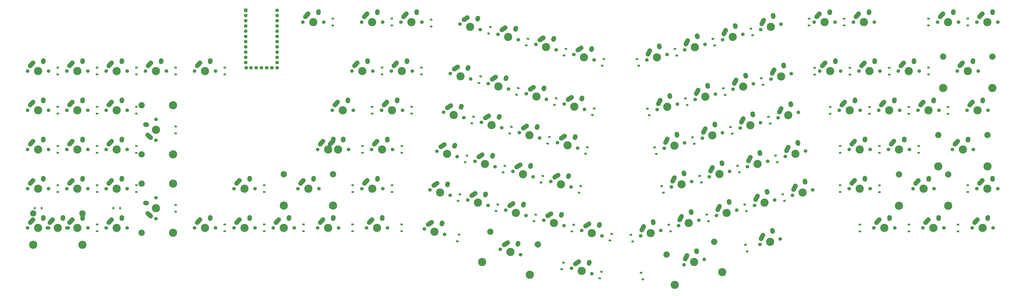
<source format=gbr>
%TF.GenerationSoftware,KiCad,Pcbnew,(5.1.10)-1*%
%TF.CreationDate,2021-06-20T14:11:50-07:00*%
%TF.ProjectId,HSC_Alice,4853435f-416c-4696-9365-2e6b69636164,rev?*%
%TF.SameCoordinates,Original*%
%TF.FileFunction,Soldermask,Bot*%
%TF.FilePolarity,Negative*%
%FSLAX46Y46*%
G04 Gerber Fmt 4.6, Leading zero omitted, Abs format (unit mm)*
G04 Created by KiCad (PCBNEW (5.1.10)-1) date 2021-06-20 14:11:50*
%MOMM*%
%LPD*%
G01*
G04 APERTURE LIST*
%ADD10C,1.750000*%
%ADD11C,2.250000*%
%ADD12C,3.987800*%
%ADD13C,3.048000*%
%ADD14C,0.100000*%
%ADD15R,1.200000X0.900000*%
%ADD16C,1.752600*%
%ADD17R,1.752600X1.752600*%
%ADD18R,0.900000X1.200000*%
G04 APERTURE END LIST*
D10*
%TO.C,MX16*%
X-613283000Y-145288000D03*
X-623443000Y-145288000D03*
D11*
X-620863000Y-141288000D03*
D12*
X-618363000Y-145288000D03*
G36*
G01*
X-622924312Y-143585350D02*
X-622924317Y-143585345D01*
G75*
G02*
X-623010345Y-141996683I751317J837345D01*
G01*
X-621700343Y-140536683D01*
G75*
G02*
X-620111681Y-140450655I837345J-751317D01*
G01*
X-620111681Y-140450655D01*
G75*
G02*
X-620025653Y-142039317I-751317J-837345D01*
G01*
X-621335655Y-143499317D01*
G75*
G02*
X-622924317Y-143585345I-837345J751317D01*
G01*
G37*
D11*
X-615823000Y-140208000D03*
G36*
G01*
X-615939517Y-141910395D02*
X-615940403Y-141910334D01*
G75*
G02*
X-616985334Y-140710597I77403J1122334D01*
G01*
X-616945334Y-140130597D01*
G75*
G02*
X-615745597Y-139085666I1122334J-77403D01*
G01*
X-615745597Y-139085666D01*
G75*
G02*
X-614700666Y-140285403I-77403J-1122334D01*
G01*
X-614740666Y-140865403D01*
G75*
G02*
X-615940403Y-141910334I-1122334J77403D01*
G01*
G37*
%TD*%
D10*
%TO.C,MX54*%
X-388018055Y-186622695D03*
X-397831861Y-183993093D03*
D11*
X-394304496Y-180797143D03*
D12*
X-392924958Y-185307894D03*
G36*
G01*
X-396890169Y-182482707D02*
X-396890173Y-182482700D01*
G75*
G02*
X-396562093Y-180925904I942438J614358D01*
G01*
X-394918853Y-179854706D01*
G75*
G02*
X-393362057Y-180182786I614358J-942438D01*
G01*
X-393362057Y-180182786D01*
G75*
G02*
X-393690137Y-181739582I-942438J-614358D01*
G01*
X-395333377Y-182810780D01*
G75*
G02*
X-396890173Y-182482700I-614358J942438D01*
G01*
G37*
D11*
X-389156706Y-181058391D03*
G36*
G01*
X-389709865Y-182672621D02*
X-389710705Y-182672333D01*
G75*
G02*
X-390409516Y-181243028I365247J1064058D01*
G01*
X-390220764Y-180693144D01*
G75*
G02*
X-388791459Y-179994333I1064058J-365247D01*
G01*
X-388791459Y-179994333D01*
G75*
G02*
X-388092648Y-181423638I-365247J-1064058D01*
G01*
X-388281400Y-181973522D01*
G75*
G02*
X-389710705Y-182672333I-1064058J365247D01*
G01*
G37*
%TD*%
D12*
%TO.C,MX95*%
X-215207600Y-153593800D03*
X-239083600Y-153593800D03*
D13*
X-215207600Y-138353800D03*
X-239083600Y-138353800D03*
D10*
X-222065600Y-145338800D03*
X-232225600Y-145338800D03*
D11*
X-229645600Y-141338800D03*
D12*
X-227145600Y-145338800D03*
G36*
G01*
X-231706912Y-143636150D02*
X-231706917Y-143636145D01*
G75*
G02*
X-231792945Y-142047483I751317J837345D01*
G01*
X-230482943Y-140587483D01*
G75*
G02*
X-228894281Y-140501455I837345J-751317D01*
G01*
X-228894281Y-140501455D01*
G75*
G02*
X-228808253Y-142090117I-751317J-837345D01*
G01*
X-230118255Y-143550117D01*
G75*
G02*
X-231706917Y-143636145I-837345J751317D01*
G01*
G37*
D11*
X-224605600Y-140258800D03*
G36*
G01*
X-224722117Y-141961195D02*
X-224723003Y-141961134D01*
G75*
G02*
X-225767934Y-140761397I77403J1122334D01*
G01*
X-225727934Y-140181397D01*
G75*
G02*
X-224528197Y-139136466I1122334J-77403D01*
G01*
X-224528197Y-139136466D01*
G75*
G02*
X-223483266Y-140336203I-77403J-1122334D01*
G01*
X-223523266Y-140916203D01*
G75*
G02*
X-224723003Y-141961134I-1122334J77403D01*
G01*
G37*
%TD*%
D10*
%TO.C,MX105*%
X-195878200Y-107213400D03*
X-206038200Y-107213400D03*
D11*
X-203458200Y-103213400D03*
D12*
X-200958200Y-107213400D03*
G36*
G01*
X-205519512Y-105510750D02*
X-205519517Y-105510745D01*
G75*
G02*
X-205605545Y-103922083I751317J837345D01*
G01*
X-204295543Y-102462083D01*
G75*
G02*
X-202706881Y-102376055I837345J-751317D01*
G01*
X-202706881Y-102376055D01*
G75*
G02*
X-202620853Y-103964717I-751317J-837345D01*
G01*
X-203930855Y-105424717D01*
G75*
G02*
X-205519517Y-105510745I-837345J751317D01*
G01*
G37*
D11*
X-198418200Y-102133400D03*
G36*
G01*
X-198534717Y-103835795D02*
X-198535603Y-103835734D01*
G75*
G02*
X-199580534Y-102635997I77403J1122334D01*
G01*
X-199540534Y-102055997D01*
G75*
G02*
X-198340797Y-101011066I1122334J-77403D01*
G01*
X-198340797Y-101011066D01*
G75*
G02*
X-197295866Y-102210803I-77403J-1122334D01*
G01*
X-197335866Y-102790803D01*
G75*
G02*
X-198535603Y-103835734I-1122334J77403D01*
G01*
G37*
%TD*%
D12*
%TO.C,MX48*%
X-418061929Y-187128299D03*
X-441124374Y-180948736D03*
D13*
X-414117526Y-172407590D03*
X-437179971Y-166228026D03*
D10*
X-422549697Y-177379601D03*
X-432363503Y-174749999D03*
D11*
X-428836138Y-171554049D03*
D12*
X-427456600Y-176064800D03*
G36*
G01*
X-431421811Y-173239613D02*
X-431421815Y-173239606D01*
G75*
G02*
X-431093735Y-171682810I942438J614358D01*
G01*
X-429450495Y-170611612D01*
G75*
G02*
X-427893699Y-170939692I614358J-942438D01*
G01*
X-427893699Y-170939692D01*
G75*
G02*
X-428221779Y-172496488I-942438J-614358D01*
G01*
X-429865019Y-173567686D01*
G75*
G02*
X-431421815Y-173239606I-614358J942438D01*
G01*
G37*
D11*
X-423688348Y-171815297D03*
G36*
G01*
X-424241507Y-173429527D02*
X-424242347Y-173429239D01*
G75*
G02*
X-424941158Y-171999934I365247J1064058D01*
G01*
X-424752406Y-171450050D01*
G75*
G02*
X-423323101Y-170751239I1064058J-365247D01*
G01*
X-423323101Y-170751239D01*
G75*
G02*
X-422624290Y-172180544I-365247J-1064058D01*
G01*
X-422813042Y-172730428D01*
G75*
G02*
X-424242347Y-173429239I-1064058J365247D01*
G01*
G37*
%TD*%
D14*
%TO.C,D37*%
G36*
X-436703335Y-67300675D02*
G01*
X-437862446Y-66990092D01*
X-437629509Y-66120759D01*
X-436470398Y-66431342D01*
X-436703335Y-67300675D01*
G37*
G36*
X-437557437Y-70488231D02*
G01*
X-438716548Y-70177648D01*
X-438483611Y-69308315D01*
X-437324500Y-69618898D01*
X-437557437Y-70488231D01*
G37*
%TD*%
D15*
%TO.C,D19*%
X-513524500Y-62675500D03*
X-513524500Y-65975500D03*
%TD*%
D12*
%TO.C,MX29*%
X-513461000Y-153543000D03*
X-537337000Y-153543000D03*
D13*
X-513461000Y-138303000D03*
X-537337000Y-138303000D03*
D10*
X-520319000Y-145288000D03*
X-530479000Y-145288000D03*
D11*
X-527899000Y-141288000D03*
D12*
X-525399000Y-145288000D03*
G36*
G01*
X-529960312Y-143585350D02*
X-529960317Y-143585345D01*
G75*
G02*
X-530046345Y-141996683I751317J837345D01*
G01*
X-528736343Y-140536683D01*
G75*
G02*
X-527147681Y-140450655I837345J-751317D01*
G01*
X-527147681Y-140450655D01*
G75*
G02*
X-527061653Y-142039317I-751317J-837345D01*
G01*
X-528371655Y-143499317D01*
G75*
G02*
X-529960317Y-143585345I-837345J751317D01*
G01*
G37*
D11*
X-522859000Y-140208000D03*
G36*
G01*
X-522975517Y-141910395D02*
X-522976403Y-141910334D01*
G75*
G02*
X-524021334Y-140710597I77403J1122334D01*
G01*
X-523981334Y-140130597D01*
G75*
G02*
X-522781597Y-139085666I1122334J-77403D01*
G01*
X-522781597Y-139085666D01*
G75*
G02*
X-521736666Y-140285403I-77403J-1122334D01*
G01*
X-521776666Y-140865403D01*
G75*
G02*
X-522976403Y-141910334I-1122334J77403D01*
G01*
G37*
%TD*%
D10*
%TO.C,MX28*%
X-505968000Y-126238000D03*
X-516128000Y-126238000D03*
D11*
X-513548000Y-122238000D03*
D12*
X-511048000Y-126238000D03*
G36*
G01*
X-515609312Y-124535350D02*
X-515609317Y-124535345D01*
G75*
G02*
X-515695345Y-122946683I751317J837345D01*
G01*
X-514385343Y-121486683D01*
G75*
G02*
X-512796681Y-121400655I837345J-751317D01*
G01*
X-512796681Y-121400655D01*
G75*
G02*
X-512710653Y-122989317I-751317J-837345D01*
G01*
X-514020655Y-124449317D01*
G75*
G02*
X-515609317Y-124535345I-837345J751317D01*
G01*
G37*
D11*
X-508508000Y-121158000D03*
G36*
G01*
X-508624517Y-122860395D02*
X-508625403Y-122860334D01*
G75*
G02*
X-509670334Y-121660597I77403J1122334D01*
G01*
X-509630334Y-121080597D01*
G75*
G02*
X-508430597Y-120035666I1122334J-77403D01*
G01*
X-508430597Y-120035666D01*
G75*
G02*
X-507385666Y-121235403I-77403J-1122334D01*
G01*
X-507425666Y-121815403D01*
G75*
G02*
X-508625403Y-122860334I-1122334J77403D01*
G01*
G37*
%TD*%
D10*
%TO.C,MX6*%
X-651383000Y-164338000D03*
X-661543000Y-164338000D03*
D11*
X-658963000Y-160338000D03*
D12*
X-656463000Y-164338000D03*
G36*
G01*
X-661024312Y-162635350D02*
X-661024317Y-162635345D01*
G75*
G02*
X-661110345Y-161046683I751317J837345D01*
G01*
X-659800343Y-159586683D01*
G75*
G02*
X-658211681Y-159500655I837345J-751317D01*
G01*
X-658211681Y-159500655D01*
G75*
G02*
X-658125653Y-161089317I-751317J-837345D01*
G01*
X-659435655Y-162549317D01*
G75*
G02*
X-661024317Y-162635345I-837345J751317D01*
G01*
G37*
D11*
X-653923000Y-159258000D03*
G36*
G01*
X-654039517Y-160960395D02*
X-654040403Y-160960334D01*
G75*
G02*
X-655085334Y-159760597I77403J1122334D01*
G01*
X-655045334Y-159180597D01*
G75*
G02*
X-653845597Y-158135666I1122334J-77403D01*
G01*
X-653845597Y-158135666D01*
G75*
G02*
X-652800666Y-159335403I-77403J-1122334D01*
G01*
X-652840666Y-159915403D01*
G75*
G02*
X-654040403Y-160960334I-1122334J77403D01*
G01*
G37*
%TD*%
D16*
%TO.C,U2*%
X-553237400Y-86537800D03*
X-550697400Y-86537800D03*
X-548157400Y-86537800D03*
X-545617400Y-86537800D03*
X-543077400Y-86537800D03*
X-540537400Y-58597800D03*
X-555548800Y-86537800D03*
X-540537400Y-61137800D03*
X-540537400Y-63677800D03*
X-540537400Y-66217800D03*
X-540537400Y-68757800D03*
X-540537400Y-71297800D03*
X-540537400Y-73837800D03*
X-540537400Y-76377800D03*
X-540537400Y-78917800D03*
X-540537400Y-81457800D03*
X-540537400Y-83997800D03*
X-540537400Y-86537800D03*
X-555777400Y-83997800D03*
X-555777400Y-81457800D03*
X-555777400Y-78917800D03*
X-555777400Y-76377800D03*
X-555777400Y-73837800D03*
X-555777400Y-71297800D03*
X-555777400Y-68757800D03*
X-555777400Y-66217800D03*
X-555777400Y-63677800D03*
X-555777400Y-61137800D03*
D17*
X-555777400Y-58597800D03*
%TD*%
D12*
%TO.C,MX104*%
X-193795400Y-96393000D03*
X-217671400Y-96393000D03*
D13*
X-193795400Y-81153000D03*
X-217671400Y-81153000D03*
D10*
X-200653400Y-88138000D03*
X-210813400Y-88138000D03*
D11*
X-208233400Y-84138000D03*
D12*
X-205733400Y-88138000D03*
G36*
G01*
X-210294712Y-86435350D02*
X-210294717Y-86435345D01*
G75*
G02*
X-210380745Y-84846683I751317J837345D01*
G01*
X-209070743Y-83386683D01*
G75*
G02*
X-207482081Y-83300655I837345J-751317D01*
G01*
X-207482081Y-83300655D01*
G75*
G02*
X-207396053Y-84889317I-751317J-837345D01*
G01*
X-208706055Y-86349317D01*
G75*
G02*
X-210294717Y-86435345I-837345J751317D01*
G01*
G37*
D11*
X-203193400Y-83058000D03*
G36*
G01*
X-203309917Y-84760395D02*
X-203310803Y-84760334D01*
G75*
G02*
X-204355734Y-83560597I77403J1122334D01*
G01*
X-204315734Y-82980597D01*
G75*
G02*
X-203115997Y-81935666I1122334J-77403D01*
G01*
X-203115997Y-81935666D01*
G75*
G02*
X-202071066Y-83135403I-77403J-1122334D01*
G01*
X-202111066Y-83715403D01*
G75*
G02*
X-203310803Y-84760334I-1122334J77403D01*
G01*
G37*
%TD*%
D10*
%TO.C,MX103*%
X-191103000Y-64325500D03*
X-201263000Y-64325500D03*
D11*
X-198683000Y-60325500D03*
D12*
X-196183000Y-64325500D03*
G36*
G01*
X-200744312Y-62622850D02*
X-200744317Y-62622845D01*
G75*
G02*
X-200830345Y-61034183I751317J837345D01*
G01*
X-199520343Y-59574183D01*
G75*
G02*
X-197931681Y-59488155I837345J-751317D01*
G01*
X-197931681Y-59488155D01*
G75*
G02*
X-197845653Y-61076817I-751317J-837345D01*
G01*
X-199155655Y-62536817D01*
G75*
G02*
X-200744317Y-62622845I-837345J751317D01*
G01*
G37*
D11*
X-193643000Y-59245500D03*
G36*
G01*
X-193759517Y-60947895D02*
X-193760403Y-60947834D01*
G75*
G02*
X-194805334Y-59748097I77403J1122334D01*
G01*
X-194765334Y-59168097D01*
G75*
G02*
X-193565597Y-58123166I1122334J-77403D01*
G01*
X-193565597Y-58123166D01*
G75*
G02*
X-192520666Y-59322903I-77403J-1122334D01*
G01*
X-192560666Y-59902903D01*
G75*
G02*
X-193760403Y-60947834I-1122334J77403D01*
G01*
G37*
%TD*%
D10*
%TO.C,MX102*%
X-191103000Y-145288000D03*
X-201263000Y-145288000D03*
D11*
X-198683000Y-141288000D03*
D12*
X-196183000Y-145288000D03*
G36*
G01*
X-200744312Y-143585350D02*
X-200744317Y-143585345D01*
G75*
G02*
X-200830345Y-141996683I751317J837345D01*
G01*
X-199520343Y-140536683D01*
G75*
G02*
X-197931681Y-140450655I837345J-751317D01*
G01*
X-197931681Y-140450655D01*
G75*
G02*
X-197845653Y-142039317I-751317J-837345D01*
G01*
X-199155655Y-143499317D01*
G75*
G02*
X-200744317Y-143585345I-837345J751317D01*
G01*
G37*
D11*
X-193643000Y-140208000D03*
G36*
G01*
X-193759517Y-141910395D02*
X-193760403Y-141910334D01*
G75*
G02*
X-194805334Y-140710597I77403J1122334D01*
G01*
X-194765334Y-140130597D01*
G75*
G02*
X-193565597Y-139085666I1122334J-77403D01*
G01*
X-193565597Y-139085666D01*
G75*
G02*
X-192520666Y-140285403I-77403J-1122334D01*
G01*
X-192560666Y-140865403D01*
G75*
G02*
X-193760403Y-141910334I-1122334J77403D01*
G01*
G37*
%TD*%
D12*
%TO.C,MX101*%
X-196163400Y-134493000D03*
X-220039400Y-134493000D03*
D13*
X-196163400Y-119253000D03*
X-220039400Y-119253000D03*
D10*
X-203021400Y-126238000D03*
X-213181400Y-126238000D03*
D11*
X-210601400Y-122238000D03*
D12*
X-208101400Y-126238000D03*
G36*
G01*
X-212662712Y-124535350D02*
X-212662717Y-124535345D01*
G75*
G02*
X-212748745Y-122946683I751317J837345D01*
G01*
X-211438743Y-121486683D01*
G75*
G02*
X-209850081Y-121400655I837345J-751317D01*
G01*
X-209850081Y-121400655D01*
G75*
G02*
X-209764053Y-122989317I-751317J-837345D01*
G01*
X-211074055Y-124449317D01*
G75*
G02*
X-212662717Y-124535345I-837345J751317D01*
G01*
G37*
D11*
X-205561400Y-121158000D03*
G36*
G01*
X-205677917Y-122860395D02*
X-205678803Y-122860334D01*
G75*
G02*
X-206723734Y-121660597I77403J1122334D01*
G01*
X-206683734Y-121080597D01*
G75*
G02*
X-205483997Y-120035666I1122334J-77403D01*
G01*
X-205483997Y-120035666D01*
G75*
G02*
X-204439066Y-121235403I-77403J-1122334D01*
G01*
X-204479066Y-121815403D01*
G75*
G02*
X-205678803Y-122860334I-1122334J77403D01*
G01*
G37*
%TD*%
D10*
%TO.C,MX99*%
X-219703400Y-107213400D03*
X-229863400Y-107213400D03*
D11*
X-227283400Y-103213400D03*
D12*
X-224783400Y-107213400D03*
G36*
G01*
X-229344712Y-105510750D02*
X-229344717Y-105510745D01*
G75*
G02*
X-229430745Y-103922083I751317J837345D01*
G01*
X-228120743Y-102462083D01*
G75*
G02*
X-226532081Y-102376055I837345J-751317D01*
G01*
X-226532081Y-102376055D01*
G75*
G02*
X-226446053Y-103964717I-751317J-837345D01*
G01*
X-227756055Y-105424717D01*
G75*
G02*
X-229344717Y-105510745I-837345J751317D01*
G01*
G37*
D11*
X-222243400Y-102133400D03*
G36*
G01*
X-222359917Y-103835795D02*
X-222360803Y-103835734D01*
G75*
G02*
X-223405734Y-102635997I77403J1122334D01*
G01*
X-223365734Y-102055997D01*
G75*
G02*
X-222165997Y-101011066I1122334J-77403D01*
G01*
X-222165997Y-101011066D01*
G75*
G02*
X-221121066Y-102210803I-77403J-1122334D01*
G01*
X-221161066Y-102790803D01*
G75*
G02*
X-222360803Y-103835734I-1122334J77403D01*
G01*
G37*
%TD*%
D10*
%TO.C,MX98*%
X-229228400Y-88163400D03*
X-239388400Y-88163400D03*
D11*
X-236808400Y-84163400D03*
D12*
X-234308400Y-88163400D03*
G36*
G01*
X-238869712Y-86460750D02*
X-238869717Y-86460745D01*
G75*
G02*
X-238955745Y-84872083I751317J837345D01*
G01*
X-237645743Y-83412083D01*
G75*
G02*
X-236057081Y-83326055I837345J-751317D01*
G01*
X-236057081Y-83326055D01*
G75*
G02*
X-235971053Y-84914717I-751317J-837345D01*
G01*
X-237281055Y-86374717D01*
G75*
G02*
X-238869717Y-86460745I-837345J751317D01*
G01*
G37*
D11*
X-231768400Y-83083400D03*
G36*
G01*
X-231884917Y-84785795D02*
X-231885803Y-84785734D01*
G75*
G02*
X-232930734Y-83585997I77403J1122334D01*
G01*
X-232890734Y-83005997D01*
G75*
G02*
X-231690997Y-81961066I1122334J-77403D01*
G01*
X-231690997Y-81961066D01*
G75*
G02*
X-230646066Y-83160803I-77403J-1122334D01*
G01*
X-230686066Y-83740803D01*
G75*
G02*
X-231885803Y-84785734I-1122334J77403D01*
G01*
G37*
%TD*%
D10*
%TO.C,MX97*%
X-210153000Y-64325500D03*
X-220313000Y-64325500D03*
D11*
X-217733000Y-60325500D03*
D12*
X-215233000Y-64325500D03*
G36*
G01*
X-219794312Y-62622850D02*
X-219794317Y-62622845D01*
G75*
G02*
X-219880345Y-61034183I751317J837345D01*
G01*
X-218570343Y-59574183D01*
G75*
G02*
X-216981681Y-59488155I837345J-751317D01*
G01*
X-216981681Y-59488155D01*
G75*
G02*
X-216895653Y-61076817I-751317J-837345D01*
G01*
X-218205655Y-62536817D01*
G75*
G02*
X-219794317Y-62622845I-837345J751317D01*
G01*
G37*
D11*
X-212693000Y-59245500D03*
G36*
G01*
X-212809517Y-60947895D02*
X-212810403Y-60947834D01*
G75*
G02*
X-213855334Y-59748097I77403J1122334D01*
G01*
X-213815334Y-59168097D01*
G75*
G02*
X-212615597Y-58123166I1122334J-77403D01*
G01*
X-212615597Y-58123166D01*
G75*
G02*
X-211570666Y-59322903I-77403J-1122334D01*
G01*
X-211610666Y-59902903D01*
G75*
G02*
X-212810403Y-60947834I-1122334J77403D01*
G01*
G37*
%TD*%
D10*
%TO.C,MX96*%
X-193469000Y-164363400D03*
X-203629000Y-164363400D03*
D11*
X-201049000Y-160363400D03*
D12*
X-198549000Y-164363400D03*
G36*
G01*
X-203110312Y-162660750D02*
X-203110317Y-162660745D01*
G75*
G02*
X-203196345Y-161072083I751317J837345D01*
G01*
X-201886343Y-159612083D01*
G75*
G02*
X-200297681Y-159526055I837345J-751317D01*
G01*
X-200297681Y-159526055D01*
G75*
G02*
X-200211653Y-161114717I-751317J-837345D01*
G01*
X-201521655Y-162574717D01*
G75*
G02*
X-203110317Y-162660745I-837345J751317D01*
G01*
G37*
D11*
X-196009000Y-159283400D03*
G36*
G01*
X-196125517Y-160985795D02*
X-196126403Y-160985734D01*
G75*
G02*
X-197171334Y-159785997I77403J1122334D01*
G01*
X-197131334Y-159205997D01*
G75*
G02*
X-195931597Y-158161066I1122334J-77403D01*
G01*
X-195931597Y-158161066D01*
G75*
G02*
X-194886666Y-159360803I-77403J-1122334D01*
G01*
X-194926666Y-159940803D01*
G75*
G02*
X-196126403Y-160985734I-1122334J77403D01*
G01*
G37*
%TD*%
D10*
%TO.C,MX94*%
X-233952800Y-126212600D03*
X-244112800Y-126212600D03*
D11*
X-241532800Y-122212600D03*
D12*
X-239032800Y-126212600D03*
G36*
G01*
X-243594112Y-124509950D02*
X-243594117Y-124509945D01*
G75*
G02*
X-243680145Y-122921283I751317J837345D01*
G01*
X-242370143Y-121461283D01*
G75*
G02*
X-240781481Y-121375255I837345J-751317D01*
G01*
X-240781481Y-121375255D01*
G75*
G02*
X-240695453Y-122963917I-751317J-837345D01*
G01*
X-242005455Y-124423917D01*
G75*
G02*
X-243594117Y-124509945I-837345J751317D01*
G01*
G37*
D11*
X-236492800Y-121132600D03*
G36*
G01*
X-236609317Y-122834995D02*
X-236610203Y-122834934D01*
G75*
G02*
X-237655134Y-121635197I77403J1122334D01*
G01*
X-237615134Y-121055197D01*
G75*
G02*
X-236415397Y-120010266I1122334J-77403D01*
G01*
X-236415397Y-120010266D01*
G75*
G02*
X-235370466Y-121210003I-77403J-1122334D01*
G01*
X-235410466Y-121790003D01*
G75*
G02*
X-236610203Y-122834934I-1122334J77403D01*
G01*
G37*
%TD*%
D10*
%TO.C,MX93*%
X-238753400Y-107213400D03*
X-248913400Y-107213400D03*
D11*
X-246333400Y-103213400D03*
D12*
X-243833400Y-107213400D03*
G36*
G01*
X-248394712Y-105510750D02*
X-248394717Y-105510745D01*
G75*
G02*
X-248480745Y-103922083I751317J837345D01*
G01*
X-247170743Y-102462083D01*
G75*
G02*
X-245582081Y-102376055I837345J-751317D01*
G01*
X-245582081Y-102376055D01*
G75*
G02*
X-245496053Y-103964717I-751317J-837345D01*
G01*
X-246806055Y-105424717D01*
G75*
G02*
X-248394717Y-105510745I-837345J751317D01*
G01*
G37*
D11*
X-241293400Y-102133400D03*
G36*
G01*
X-241409917Y-103835795D02*
X-241410803Y-103835734D01*
G75*
G02*
X-242455734Y-102635997I77403J1122334D01*
G01*
X-242415734Y-102055997D01*
G75*
G02*
X-241215997Y-101011066I1122334J-77403D01*
G01*
X-241215997Y-101011066D01*
G75*
G02*
X-240171066Y-102210803I-77403J-1122334D01*
G01*
X-240211066Y-102790803D01*
G75*
G02*
X-241410803Y-103835734I-1122334J77403D01*
G01*
G37*
%TD*%
D10*
%TO.C,MX92*%
X-248278400Y-88163400D03*
X-258438400Y-88163400D03*
D11*
X-255858400Y-84163400D03*
D12*
X-253358400Y-88163400D03*
G36*
G01*
X-257919712Y-86460750D02*
X-257919717Y-86460745D01*
G75*
G02*
X-258005745Y-84872083I751317J837345D01*
G01*
X-256695743Y-83412083D01*
G75*
G02*
X-255107081Y-83326055I837345J-751317D01*
G01*
X-255107081Y-83326055D01*
G75*
G02*
X-255021053Y-84914717I-751317J-837345D01*
G01*
X-256331055Y-86374717D01*
G75*
G02*
X-257919717Y-86460745I-837345J751317D01*
G01*
G37*
D11*
X-250818400Y-83083400D03*
G36*
G01*
X-250934917Y-84785795D02*
X-250935803Y-84785734D01*
G75*
G02*
X-251980734Y-83585997I77403J1122334D01*
G01*
X-251940734Y-83005997D01*
G75*
G02*
X-250740997Y-81961066I1122334J-77403D01*
G01*
X-250740997Y-81961066D01*
G75*
G02*
X-249696066Y-83160803I-77403J-1122334D01*
G01*
X-249736066Y-83740803D01*
G75*
G02*
X-250935803Y-84785734I-1122334J77403D01*
G01*
G37*
%TD*%
D10*
%TO.C,MX91*%
X-251021600Y-64325500D03*
X-261181600Y-64325500D03*
D11*
X-258601600Y-60325500D03*
D12*
X-256101600Y-64325500D03*
G36*
G01*
X-260662912Y-62622850D02*
X-260662917Y-62622845D01*
G75*
G02*
X-260748945Y-61034183I751317J837345D01*
G01*
X-259438943Y-59574183D01*
G75*
G02*
X-257850281Y-59488155I837345J-751317D01*
G01*
X-257850281Y-59488155D01*
G75*
G02*
X-257764253Y-61076817I-751317J-837345D01*
G01*
X-259074255Y-62536817D01*
G75*
G02*
X-260662917Y-62622845I-837345J751317D01*
G01*
G37*
D11*
X-253561600Y-59245500D03*
G36*
G01*
X-253678117Y-60947895D02*
X-253679003Y-60947834D01*
G75*
G02*
X-254723934Y-59748097I77403J1122334D01*
G01*
X-254683934Y-59168097D01*
G75*
G02*
X-253484197Y-58123166I1122334J-77403D01*
G01*
X-253484197Y-58123166D01*
G75*
G02*
X-252439266Y-59322903I-77403J-1122334D01*
G01*
X-252479266Y-59902903D01*
G75*
G02*
X-253679003Y-60947834I-1122334J77403D01*
G01*
G37*
%TD*%
D10*
%TO.C,MX90*%
X-217268800Y-164363400D03*
X-227428800Y-164363400D03*
D11*
X-224848800Y-160363400D03*
D12*
X-222348800Y-164363400D03*
G36*
G01*
X-226910112Y-162660750D02*
X-226910117Y-162660745D01*
G75*
G02*
X-226996145Y-161072083I751317J837345D01*
G01*
X-225686143Y-159612083D01*
G75*
G02*
X-224097481Y-159526055I837345J-751317D01*
G01*
X-224097481Y-159526055D01*
G75*
G02*
X-224011453Y-161114717I-751317J-837345D01*
G01*
X-225321455Y-162574717D01*
G75*
G02*
X-226910117Y-162660745I-837345J751317D01*
G01*
G37*
D11*
X-219808800Y-159283400D03*
G36*
G01*
X-219925317Y-160985795D02*
X-219926203Y-160985734D01*
G75*
G02*
X-220971134Y-159785997I77403J1122334D01*
G01*
X-220931134Y-159205997D01*
G75*
G02*
X-219731397Y-158161066I1122334J-77403D01*
G01*
X-219731397Y-158161066D01*
G75*
G02*
X-218686466Y-159360803I-77403J-1122334D01*
G01*
X-218726466Y-159940803D01*
G75*
G02*
X-219926203Y-160985734I-1122334J77403D01*
G01*
G37*
%TD*%
D10*
%TO.C,MX89*%
X-253028200Y-145262600D03*
X-263188200Y-145262600D03*
D11*
X-260608200Y-141262600D03*
D12*
X-258108200Y-145262600D03*
G36*
G01*
X-262669512Y-143559950D02*
X-262669517Y-143559945D01*
G75*
G02*
X-262755545Y-141971283I751317J837345D01*
G01*
X-261445543Y-140511283D01*
G75*
G02*
X-259856881Y-140425255I837345J-751317D01*
G01*
X-259856881Y-140425255D01*
G75*
G02*
X-259770853Y-142013917I-751317J-837345D01*
G01*
X-261080855Y-143473917D01*
G75*
G02*
X-262669517Y-143559945I-837345J751317D01*
G01*
G37*
D11*
X-255568200Y-140182600D03*
G36*
G01*
X-255684717Y-141884995D02*
X-255685603Y-141884934D01*
G75*
G02*
X-256730534Y-140685197I77403J1122334D01*
G01*
X-256690534Y-140105197D01*
G75*
G02*
X-255490797Y-139060266I1122334J-77403D01*
G01*
X-255490797Y-139060266D01*
G75*
G02*
X-254445866Y-140260003I-77403J-1122334D01*
G01*
X-254485866Y-140840003D01*
G75*
G02*
X-255685603Y-141884934I-1122334J77403D01*
G01*
G37*
%TD*%
D10*
%TO.C,MX88*%
X-253002800Y-126212600D03*
X-263162800Y-126212600D03*
D11*
X-260582800Y-122212600D03*
D12*
X-258082800Y-126212600D03*
G36*
G01*
X-262644112Y-124509950D02*
X-262644117Y-124509945D01*
G75*
G02*
X-262730145Y-122921283I751317J837345D01*
G01*
X-261420143Y-121461283D01*
G75*
G02*
X-259831481Y-121375255I837345J-751317D01*
G01*
X-259831481Y-121375255D01*
G75*
G02*
X-259745453Y-122963917I-751317J-837345D01*
G01*
X-261055455Y-124423917D01*
G75*
G02*
X-262644117Y-124509945I-837345J751317D01*
G01*
G37*
D11*
X-255542800Y-121132600D03*
G36*
G01*
X-255659317Y-122834995D02*
X-255660203Y-122834934D01*
G75*
G02*
X-256705134Y-121635197I77403J1122334D01*
G01*
X-256665134Y-121055197D01*
G75*
G02*
X-255465397Y-120010266I1122334J-77403D01*
G01*
X-255465397Y-120010266D01*
G75*
G02*
X-254420466Y-121210003I-77403J-1122334D01*
G01*
X-254460466Y-121790003D01*
G75*
G02*
X-255660203Y-122834934I-1122334J77403D01*
G01*
G37*
%TD*%
D10*
%TO.C,MX87*%
X-257828800Y-107213400D03*
X-267988800Y-107213400D03*
D11*
X-265408800Y-103213400D03*
D12*
X-262908800Y-107213400D03*
G36*
G01*
X-267470112Y-105510750D02*
X-267470117Y-105510745D01*
G75*
G02*
X-267556145Y-103922083I751317J837345D01*
G01*
X-266246143Y-102462083D01*
G75*
G02*
X-264657481Y-102376055I837345J-751317D01*
G01*
X-264657481Y-102376055D01*
G75*
G02*
X-264571453Y-103964717I-751317J-837345D01*
G01*
X-265881455Y-105424717D01*
G75*
G02*
X-267470117Y-105510745I-837345J751317D01*
G01*
G37*
D11*
X-260368800Y-102133400D03*
G36*
G01*
X-260485317Y-103835795D02*
X-260486203Y-103835734D01*
G75*
G02*
X-261531134Y-102635997I77403J1122334D01*
G01*
X-261491134Y-102055997D01*
G75*
G02*
X-260291397Y-101011066I1122334J-77403D01*
G01*
X-260291397Y-101011066D01*
G75*
G02*
X-259246466Y-102210803I-77403J-1122334D01*
G01*
X-259286466Y-102790803D01*
G75*
G02*
X-260486203Y-103835734I-1122334J77403D01*
G01*
G37*
%TD*%
D10*
%TO.C,MX86*%
X-267328400Y-88163400D03*
X-277488400Y-88163400D03*
D11*
X-274908400Y-84163400D03*
D12*
X-272408400Y-88163400D03*
G36*
G01*
X-276969712Y-86460750D02*
X-276969717Y-86460745D01*
G75*
G02*
X-277055745Y-84872083I751317J837345D01*
G01*
X-275745743Y-83412083D01*
G75*
G02*
X-274157081Y-83326055I837345J-751317D01*
G01*
X-274157081Y-83326055D01*
G75*
G02*
X-274071053Y-84914717I-751317J-837345D01*
G01*
X-275381055Y-86374717D01*
G75*
G02*
X-276969717Y-86460745I-837345J751317D01*
G01*
G37*
D11*
X-269868400Y-83083400D03*
G36*
G01*
X-269984917Y-84785795D02*
X-269985803Y-84785734D01*
G75*
G02*
X-271030734Y-83585997I77403J1122334D01*
G01*
X-270990734Y-83005997D01*
G75*
G02*
X-269790997Y-81961066I1122334J-77403D01*
G01*
X-269790997Y-81961066D01*
G75*
G02*
X-268746066Y-83160803I-77403J-1122334D01*
G01*
X-268786066Y-83740803D01*
G75*
G02*
X-269985803Y-84785734I-1122334J77403D01*
G01*
G37*
%TD*%
D10*
%TO.C,MX85*%
X-270071600Y-64325500D03*
X-280231600Y-64325500D03*
D11*
X-277651600Y-60325500D03*
D12*
X-275151600Y-64325500D03*
G36*
G01*
X-279712912Y-62622850D02*
X-279712917Y-62622845D01*
G75*
G02*
X-279798945Y-61034183I751317J837345D01*
G01*
X-278488943Y-59574183D01*
G75*
G02*
X-276900281Y-59488155I837345J-751317D01*
G01*
X-276900281Y-59488155D01*
G75*
G02*
X-276814253Y-61076817I-751317J-837345D01*
G01*
X-278124255Y-62536817D01*
G75*
G02*
X-279712917Y-62622845I-837345J751317D01*
G01*
G37*
D11*
X-272611600Y-59245500D03*
G36*
G01*
X-272728117Y-60947895D02*
X-272729003Y-60947834D01*
G75*
G02*
X-273773934Y-59748097I77403J1122334D01*
G01*
X-273733934Y-59168097D01*
G75*
G02*
X-272534197Y-58123166I1122334J-77403D01*
G01*
X-272534197Y-58123166D01*
G75*
G02*
X-271489266Y-59322903I-77403J-1122334D01*
G01*
X-271529266Y-59902903D01*
G75*
G02*
X-272729003Y-60947834I-1122334J77403D01*
G01*
G37*
%TD*%
D10*
%TO.C,MX84*%
X-241064800Y-164363400D03*
X-251224800Y-164363400D03*
D11*
X-248644800Y-160363400D03*
D12*
X-246144800Y-164363400D03*
G36*
G01*
X-250706112Y-162660750D02*
X-250706117Y-162660745D01*
G75*
G02*
X-250792145Y-161072083I751317J837345D01*
G01*
X-249482143Y-159612083D01*
G75*
G02*
X-247893481Y-159526055I837345J-751317D01*
G01*
X-247893481Y-159526055D01*
G75*
G02*
X-247807453Y-161114717I-751317J-837345D01*
G01*
X-249117455Y-162574717D01*
G75*
G02*
X-250706117Y-162660745I-837345J751317D01*
G01*
G37*
D11*
X-243604800Y-159283400D03*
G36*
G01*
X-243721317Y-160985795D02*
X-243722203Y-160985734D01*
G75*
G02*
X-244767134Y-159785997I77403J1122334D01*
G01*
X-244727134Y-159205997D01*
G75*
G02*
X-243527397Y-158161066I1122334J-77403D01*
G01*
X-243527397Y-158161066D01*
G75*
G02*
X-242482466Y-159360803I-77403J-1122334D01*
G01*
X-242522466Y-159940803D01*
G75*
G02*
X-243722203Y-160985734I-1122334J77403D01*
G01*
G37*
%TD*%
D10*
%TO.C,MX83*%
X-280909009Y-145870199D03*
X-290722815Y-148499801D03*
D11*
X-289266003Y-143968344D03*
D12*
X-285815912Y-147185000D03*
G36*
G01*
X-290662479Y-146720921D02*
X-290662486Y-146720918D01*
G75*
G02*
X-291156759Y-145208653I508996J1003269D01*
G01*
X-290269271Y-143459349D01*
G75*
G02*
X-288757006Y-142965076I1003269J-508996D01*
G01*
X-288757006Y-142965076D01*
G75*
G02*
X-288262733Y-144477341I-508996J-1003269D01*
G01*
X-289150221Y-146226645D01*
G75*
G02*
X-290662486Y-146720918I-1003269J508996D01*
G01*
G37*
D11*
X-284677261Y-141620696D03*
G36*
G01*
X-284349196Y-143295240D02*
X-284350067Y-143295411D01*
G75*
G02*
X-285669908Y-142407002I-215716J1104125D01*
G01*
X-285781386Y-141836412D01*
G75*
G02*
X-284892977Y-140516571I1104125J215716D01*
G01*
X-284892977Y-140516571D01*
G75*
G02*
X-283573136Y-141404980I215716J-1104125D01*
G01*
X-283461658Y-141975570D01*
G75*
G02*
X-284350067Y-143295411I-1104125J-215716D01*
G01*
G37*
%TD*%
D10*
%TO.C,MX82*%
X-284368439Y-127044493D03*
X-294182245Y-129674095D03*
D11*
X-292725433Y-125142638D03*
D12*
X-289275342Y-128359294D03*
G36*
G01*
X-294121909Y-127895215D02*
X-294121916Y-127895212D01*
G75*
G02*
X-294616189Y-126382947I508996J1003269D01*
G01*
X-293728701Y-124633643D01*
G75*
G02*
X-292216436Y-124139370I1003269J-508996D01*
G01*
X-292216436Y-124139370D01*
G75*
G02*
X-291722163Y-125651635I-508996J-1003269D01*
G01*
X-292609651Y-127400939D01*
G75*
G02*
X-294121916Y-127895212I-1003269J508996D01*
G01*
G37*
D11*
X-288136691Y-122794990D03*
G36*
G01*
X-287808626Y-124469534D02*
X-287809497Y-124469705D01*
G75*
G02*
X-289129338Y-123581296I-215716J1104125D01*
G01*
X-289240816Y-123010706D01*
G75*
G02*
X-288352407Y-121690865I1104125J215716D01*
G01*
X-288352407Y-121690865D01*
G75*
G02*
X-287032566Y-122579274I215716J-1104125D01*
G01*
X-286921088Y-123149864D01*
G75*
G02*
X-287809497Y-124469705I-1104125J-215716D01*
G01*
G37*
%TD*%
D10*
%TO.C,MX81*%
X-287822839Y-108248493D03*
X-297636645Y-110878095D03*
D11*
X-296179833Y-106346638D03*
D12*
X-292729742Y-109563294D03*
G36*
G01*
X-297576309Y-109099215D02*
X-297576316Y-109099212D01*
G75*
G02*
X-298070589Y-107586947I508996J1003269D01*
G01*
X-297183101Y-105837643D01*
G75*
G02*
X-295670836Y-105343370I1003269J-508996D01*
G01*
X-295670836Y-105343370D01*
G75*
G02*
X-295176563Y-106855635I-508996J-1003269D01*
G01*
X-296064051Y-108604939D01*
G75*
G02*
X-297576316Y-109099212I-1003269J508996D01*
G01*
G37*
D11*
X-291591091Y-103998990D03*
G36*
G01*
X-291263026Y-105673534D02*
X-291263897Y-105673705D01*
G75*
G02*
X-292583738Y-104785296I-215716J1104125D01*
G01*
X-292695216Y-104214706D01*
G75*
G02*
X-291806807Y-102894865I1104125J215716D01*
G01*
X-291806807Y-102894865D01*
G75*
G02*
X-290486966Y-103783274I215716J-1104125D01*
G01*
X-290375488Y-104353864D01*
G75*
G02*
X-291263897Y-105673705I-1104125J-215716D01*
G01*
G37*
%TD*%
D10*
%TO.C,MX80*%
X-291277239Y-89427093D03*
X-301091045Y-92056695D03*
D11*
X-299634233Y-87525238D03*
D12*
X-296184142Y-90741894D03*
G36*
G01*
X-301030709Y-90277815D02*
X-301030716Y-90277812D01*
G75*
G02*
X-301524989Y-88765547I508996J1003269D01*
G01*
X-300637501Y-87016243D01*
G75*
G02*
X-299125236Y-86521970I1003269J-508996D01*
G01*
X-299125236Y-86521970D01*
G75*
G02*
X-298630963Y-88034235I-508996J-1003269D01*
G01*
X-299518451Y-89783539D01*
G75*
G02*
X-301030716Y-90277812I-1003269J508996D01*
G01*
G37*
D11*
X-295045491Y-85177590D03*
G36*
G01*
X-294717426Y-86852134D02*
X-294718297Y-86852305D01*
G75*
G02*
X-296038138Y-85963896I-215716J1104125D01*
G01*
X-296149616Y-85393306D01*
G75*
G02*
X-295261207Y-84073465I1104125J215716D01*
G01*
X-295261207Y-84073465D01*
G75*
G02*
X-293941366Y-84961874I215716J-1104125D01*
G01*
X-293829888Y-85532464D01*
G75*
G02*
X-294718297Y-86852305I-1104125J-215716D01*
G01*
G37*
%TD*%
D10*
%TO.C,MX79*%
X-296336889Y-65350293D03*
X-306150695Y-67979895D03*
D11*
X-304693883Y-63448438D03*
D12*
X-301243792Y-66665094D03*
G36*
G01*
X-306090359Y-66201015D02*
X-306090366Y-66201012D01*
G75*
G02*
X-306584639Y-64688747I508996J1003269D01*
G01*
X-305697151Y-62939443D01*
G75*
G02*
X-304184886Y-62445170I1003269J-508996D01*
G01*
X-304184886Y-62445170D01*
G75*
G02*
X-303690613Y-63957435I-508996J-1003269D01*
G01*
X-304578101Y-65706739D01*
G75*
G02*
X-306090366Y-66201012I-1003269J508996D01*
G01*
G37*
D11*
X-300105141Y-61100790D03*
G36*
G01*
X-299777076Y-62775334D02*
X-299777947Y-62775505D01*
G75*
G02*
X-301097788Y-61887096I-215716J1104125D01*
G01*
X-301209266Y-61316506D01*
G75*
G02*
X-300320857Y-59996665I1104125J215716D01*
G01*
X-300320857Y-59996665D01*
G75*
G02*
X-299001016Y-60885074I215716J-1104125D01*
G01*
X-298889538Y-61455664D01*
G75*
G02*
X-299777947Y-62775505I-1104125J-215716D01*
G01*
G37*
%TD*%
D10*
%TO.C,MX78*%
X-296670124Y-169799194D03*
X-306483930Y-172428796D03*
D11*
X-305027118Y-167897339D03*
D12*
X-301577027Y-171113995D03*
G36*
G01*
X-306423594Y-170649916D02*
X-306423601Y-170649913D01*
G75*
G02*
X-306917874Y-169137648I508996J1003269D01*
G01*
X-306030386Y-167388344D01*
G75*
G02*
X-304518121Y-166894071I1003269J-508996D01*
G01*
X-304518121Y-166894071D01*
G75*
G02*
X-304023848Y-168406336I-508996J-1003269D01*
G01*
X-304911336Y-170155640D01*
G75*
G02*
X-306423601Y-170649913I-1003269J508996D01*
G01*
G37*
D11*
X-300438376Y-165549691D03*
G36*
G01*
X-300110311Y-167224235D02*
X-300111182Y-167224406D01*
G75*
G02*
X-301431023Y-166335997I-215716J1104125D01*
G01*
X-301542501Y-165765407D01*
G75*
G02*
X-300654092Y-164445566I1104125J215716D01*
G01*
X-300654092Y-164445566D01*
G75*
G02*
X-299334251Y-165333975I215716J-1104125D01*
G01*
X-299222773Y-165904565D01*
G75*
G02*
X-300111182Y-167224406I-1104125J-215716D01*
G01*
G37*
%TD*%
D10*
%TO.C,MX77*%
X-299309895Y-150800701D03*
X-309123701Y-153430303D03*
D11*
X-307666889Y-148898846D03*
D12*
X-304216798Y-152115502D03*
G36*
G01*
X-309063365Y-151651423D02*
X-309063372Y-151651420D01*
G75*
G02*
X-309557645Y-150139155I508996J1003269D01*
G01*
X-308670157Y-148389851D01*
G75*
G02*
X-307157892Y-147895578I1003269J-508996D01*
G01*
X-307157892Y-147895578D01*
G75*
G02*
X-306663619Y-149407843I-508996J-1003269D01*
G01*
X-307551107Y-151157147D01*
G75*
G02*
X-309063372Y-151651420I-1003269J508996D01*
G01*
G37*
D11*
X-303078147Y-146551198D03*
G36*
G01*
X-302750082Y-148225742D02*
X-302750953Y-148225913D01*
G75*
G02*
X-304070794Y-147337504I-215716J1104125D01*
G01*
X-304182272Y-146766914D01*
G75*
G02*
X-303293863Y-145447073I1104125J215716D01*
G01*
X-303293863Y-145447073D01*
G75*
G02*
X-301974022Y-146335482I215716J-1104125D01*
G01*
X-301862544Y-146906072D01*
G75*
G02*
X-302750953Y-148225913I-1104125J-215716D01*
G01*
G37*
%TD*%
D10*
%TO.C,MX76*%
X-302769325Y-131974995D03*
X-312583131Y-134604597D03*
D11*
X-311126319Y-130073140D03*
D12*
X-307676228Y-133289796D03*
G36*
G01*
X-312522795Y-132825717D02*
X-312522802Y-132825714D01*
G75*
G02*
X-313017075Y-131313449I508996J1003269D01*
G01*
X-312129587Y-129564145D01*
G75*
G02*
X-310617322Y-129069872I1003269J-508996D01*
G01*
X-310617322Y-129069872D01*
G75*
G02*
X-310123049Y-130582137I-508996J-1003269D01*
G01*
X-311010537Y-132331441D01*
G75*
G02*
X-312522802Y-132825714I-1003269J508996D01*
G01*
G37*
D11*
X-306537577Y-127725492D03*
G36*
G01*
X-306209512Y-129400036D02*
X-306210383Y-129400207D01*
G75*
G02*
X-307530224Y-128511798I-215716J1104125D01*
G01*
X-307641702Y-127941208D01*
G75*
G02*
X-306753293Y-126621367I1104125J215716D01*
G01*
X-306753293Y-126621367D01*
G75*
G02*
X-305433452Y-127509776I215716J-1104125D01*
G01*
X-305321974Y-128080366D01*
G75*
G02*
X-306210383Y-129400207I-1104125J-215716D01*
G01*
G37*
%TD*%
D10*
%TO.C,MX75*%
X-306223725Y-113178995D03*
X-316037531Y-115808597D03*
D11*
X-314580719Y-111277140D03*
D12*
X-311130628Y-114493796D03*
G36*
G01*
X-315977195Y-114029717D02*
X-315977202Y-114029714D01*
G75*
G02*
X-316471475Y-112517449I508996J1003269D01*
G01*
X-315583987Y-110768145D01*
G75*
G02*
X-314071722Y-110273872I1003269J-508996D01*
G01*
X-314071722Y-110273872D01*
G75*
G02*
X-313577449Y-111786137I-508996J-1003269D01*
G01*
X-314464937Y-113535441D01*
G75*
G02*
X-315977202Y-114029714I-1003269J508996D01*
G01*
G37*
D11*
X-309991977Y-108929492D03*
G36*
G01*
X-309663912Y-110604036D02*
X-309664783Y-110604207D01*
G75*
G02*
X-310984624Y-109715798I-215716J1104125D01*
G01*
X-311096102Y-109145208D01*
G75*
G02*
X-310207693Y-107825367I1104125J215716D01*
G01*
X-310207693Y-107825367D01*
G75*
G02*
X-308887852Y-108713776I215716J-1104125D01*
G01*
X-308776374Y-109284366D01*
G75*
G02*
X-309664783Y-110604207I-1104125J-215716D01*
G01*
G37*
%TD*%
D10*
%TO.C,MX74*%
X-309678125Y-94357595D03*
X-319491931Y-96987197D03*
D11*
X-318035119Y-92455740D03*
D12*
X-314585028Y-95672396D03*
G36*
G01*
X-319431595Y-95208317D02*
X-319431602Y-95208314D01*
G75*
G02*
X-319925875Y-93696049I508996J1003269D01*
G01*
X-319038387Y-91946745D01*
G75*
G02*
X-317526122Y-91452472I1003269J-508996D01*
G01*
X-317526122Y-91452472D01*
G75*
G02*
X-317031849Y-92964737I-508996J-1003269D01*
G01*
X-317919337Y-94714041D01*
G75*
G02*
X-319431602Y-95208314I-1003269J508996D01*
G01*
G37*
D11*
X-313446377Y-90108092D03*
G36*
G01*
X-313118312Y-91782636D02*
X-313119183Y-91782807D01*
G75*
G02*
X-314439024Y-90894398I-215716J1104125D01*
G01*
X-314550502Y-90323808D01*
G75*
G02*
X-313662093Y-89003967I1104125J215716D01*
G01*
X-313662093Y-89003967D01*
G75*
G02*
X-312342252Y-89892376I215716J-1104125D01*
G01*
X-312230774Y-90462966D01*
G75*
G02*
X-313119183Y-91782807I-1104125J-215716D01*
G01*
G37*
%TD*%
D10*
%TO.C,MX73*%
X-314737775Y-70280795D03*
X-324551581Y-72910397D03*
D11*
X-323094769Y-68378940D03*
D12*
X-319644678Y-71595596D03*
G36*
G01*
X-324491245Y-71131517D02*
X-324491252Y-71131514D01*
G75*
G02*
X-324985525Y-69619249I508996J1003269D01*
G01*
X-324098037Y-67869945D01*
G75*
G02*
X-322585772Y-67375672I1003269J-508996D01*
G01*
X-322585772Y-67375672D01*
G75*
G02*
X-322091499Y-68887937I-508996J-1003269D01*
G01*
X-322978987Y-70637241D01*
G75*
G02*
X-324491252Y-71131514I-1003269J508996D01*
G01*
G37*
D11*
X-318506027Y-66031292D03*
G36*
G01*
X-318177962Y-67705836D02*
X-318178833Y-67706007D01*
G75*
G02*
X-319498674Y-66817598I-215716J1104125D01*
G01*
X-319610152Y-66247008D01*
G75*
G02*
X-318721743Y-64927167I1104125J215716D01*
G01*
X-318721743Y-64927167D01*
G75*
G02*
X-317401902Y-65815576I215716J-1104125D01*
G01*
X-317290424Y-66386166D01*
G75*
G02*
X-318178833Y-67706007I-1104125J-215716D01*
G01*
G37*
%TD*%
D12*
%TO.C,MX72*%
X-324711026Y-185858936D03*
X-347773471Y-192038499D03*
D13*
X-328655429Y-171138226D03*
X-351717874Y-177317790D03*
D10*
X-333471897Y-179660199D03*
X-343285703Y-182289801D03*
D11*
X-341828891Y-177758344D03*
D12*
X-338378800Y-180975000D03*
G36*
G01*
X-343225367Y-180510921D02*
X-343225374Y-180510918D01*
G75*
G02*
X-343719647Y-178998653I508996J1003269D01*
G01*
X-342832159Y-177249349D01*
G75*
G02*
X-341319894Y-176755076I1003269J-508996D01*
G01*
X-341319894Y-176755076D01*
G75*
G02*
X-340825621Y-178267341I-508996J-1003269D01*
G01*
X-341713109Y-180016645D01*
G75*
G02*
X-343225374Y-180510918I-1003269J508996D01*
G01*
G37*
D11*
X-337240149Y-175410696D03*
G36*
G01*
X-336912084Y-177085240D02*
X-336912955Y-177085411D01*
G75*
G02*
X-338232796Y-176197002I-215716J1104125D01*
G01*
X-338344274Y-175626412D01*
G75*
G02*
X-337455865Y-174306571I1104125J215716D01*
G01*
X-337455865Y-174306571D01*
G75*
G02*
X-336136024Y-175194980I215716J-1104125D01*
G01*
X-336024546Y-175765570D01*
G75*
G02*
X-336912955Y-177085411I-1104125J-215716D01*
G01*
G37*
%TD*%
D10*
%TO.C,MX71*%
X-317710781Y-155731203D03*
X-327524587Y-158360805D03*
D11*
X-326067775Y-153829348D03*
D12*
X-322617684Y-157046004D03*
G36*
G01*
X-327464251Y-156581925D02*
X-327464258Y-156581922D01*
G75*
G02*
X-327958531Y-155069657I508996J1003269D01*
G01*
X-327071043Y-153320353D01*
G75*
G02*
X-325558778Y-152826080I1003269J-508996D01*
G01*
X-325558778Y-152826080D01*
G75*
G02*
X-325064505Y-154338345I-508996J-1003269D01*
G01*
X-325951993Y-156087649D01*
G75*
G02*
X-327464258Y-156581922I-1003269J508996D01*
G01*
G37*
D11*
X-321479033Y-151481700D03*
G36*
G01*
X-321150968Y-153156244D02*
X-321151839Y-153156415D01*
G75*
G02*
X-322471680Y-152268006I-215716J1104125D01*
G01*
X-322583158Y-151697416D01*
G75*
G02*
X-321694749Y-150377575I1104125J215716D01*
G01*
X-321694749Y-150377575D01*
G75*
G02*
X-320374908Y-151265984I215716J-1104125D01*
G01*
X-320263430Y-151836574D01*
G75*
G02*
X-321151839Y-153156415I-1104125J-215716D01*
G01*
G37*
%TD*%
D10*
%TO.C,MX70*%
X-321170211Y-136905497D03*
X-330984017Y-139535099D03*
D11*
X-329527205Y-135003642D03*
D12*
X-326077114Y-138220298D03*
G36*
G01*
X-330923681Y-137756219D02*
X-330923688Y-137756216D01*
G75*
G02*
X-331417961Y-136243951I508996J1003269D01*
G01*
X-330530473Y-134494647D01*
G75*
G02*
X-329018208Y-134000374I1003269J-508996D01*
G01*
X-329018208Y-134000374D01*
G75*
G02*
X-328523935Y-135512639I-508996J-1003269D01*
G01*
X-329411423Y-137261943D01*
G75*
G02*
X-330923688Y-137756216I-1003269J508996D01*
G01*
G37*
D11*
X-324938463Y-132655994D03*
G36*
G01*
X-324610398Y-134330538D02*
X-324611269Y-134330709D01*
G75*
G02*
X-325931110Y-133442300I-215716J1104125D01*
G01*
X-326042588Y-132871710D01*
G75*
G02*
X-325154179Y-131551869I1104125J215716D01*
G01*
X-325154179Y-131551869D01*
G75*
G02*
X-323834338Y-132440278I215716J-1104125D01*
G01*
X-323722860Y-133010868D01*
G75*
G02*
X-324611269Y-134330709I-1104125J-215716D01*
G01*
G37*
%TD*%
D10*
%TO.C,MX69*%
X-324624611Y-118109497D03*
X-334438417Y-120739099D03*
D11*
X-332981605Y-116207642D03*
D12*
X-329531514Y-119424298D03*
G36*
G01*
X-334378081Y-118960219D02*
X-334378088Y-118960216D01*
G75*
G02*
X-334872361Y-117447951I508996J1003269D01*
G01*
X-333984873Y-115698647D01*
G75*
G02*
X-332472608Y-115204374I1003269J-508996D01*
G01*
X-332472608Y-115204374D01*
G75*
G02*
X-331978335Y-116716639I-508996J-1003269D01*
G01*
X-332865823Y-118465943D01*
G75*
G02*
X-334378088Y-118960216I-1003269J508996D01*
G01*
G37*
D11*
X-328392863Y-113859994D03*
G36*
G01*
X-328064798Y-115534538D02*
X-328065669Y-115534709D01*
G75*
G02*
X-329385510Y-114646300I-215716J1104125D01*
G01*
X-329496988Y-114075710D01*
G75*
G02*
X-328608579Y-112755869I1104125J215716D01*
G01*
X-328608579Y-112755869D01*
G75*
G02*
X-327288738Y-113644278I215716J-1104125D01*
G01*
X-327177260Y-114214868D01*
G75*
G02*
X-328065669Y-115534709I-1104125J-215716D01*
G01*
G37*
%TD*%
D10*
%TO.C,MX68*%
X-328079011Y-99288097D03*
X-337892817Y-101917699D03*
D11*
X-336436005Y-97386242D03*
D12*
X-332985914Y-100602898D03*
G36*
G01*
X-337832481Y-100138819D02*
X-337832488Y-100138816D01*
G75*
G02*
X-338326761Y-98626551I508996J1003269D01*
G01*
X-337439273Y-96877247D01*
G75*
G02*
X-335927008Y-96382974I1003269J-508996D01*
G01*
X-335927008Y-96382974D01*
G75*
G02*
X-335432735Y-97895239I-508996J-1003269D01*
G01*
X-336320223Y-99644543D01*
G75*
G02*
X-337832488Y-100138816I-1003269J508996D01*
G01*
G37*
D11*
X-331847263Y-95038594D03*
G36*
G01*
X-331519198Y-96713138D02*
X-331520069Y-96713309D01*
G75*
G02*
X-332839910Y-95824900I-215716J1104125D01*
G01*
X-332951388Y-95254310D01*
G75*
G02*
X-332062979Y-93934469I1104125J215716D01*
G01*
X-332062979Y-93934469D01*
G75*
G02*
X-330743138Y-94822878I215716J-1104125D01*
G01*
X-330631660Y-95393468D01*
G75*
G02*
X-331520069Y-96713309I-1104125J-215716D01*
G01*
G37*
%TD*%
D10*
%TO.C,MX67*%
X-333138661Y-75211297D03*
X-342952467Y-77840899D03*
D11*
X-341495655Y-73309442D03*
D12*
X-338045564Y-76526098D03*
G36*
G01*
X-342892131Y-76062019D02*
X-342892138Y-76062016D01*
G75*
G02*
X-343386411Y-74549751I508996J1003269D01*
G01*
X-342498923Y-72800447D01*
G75*
G02*
X-340986658Y-72306174I1003269J-508996D01*
G01*
X-340986658Y-72306174D01*
G75*
G02*
X-340492385Y-73818439I-508996J-1003269D01*
G01*
X-341379873Y-75567743D01*
G75*
G02*
X-342892138Y-76062016I-1003269J508996D01*
G01*
G37*
D11*
X-336906913Y-70961794D03*
G36*
G01*
X-336578848Y-72636338D02*
X-336579719Y-72636509D01*
G75*
G02*
X-337899560Y-71748100I-215716J1104125D01*
G01*
X-338011038Y-71177510D01*
G75*
G02*
X-337122629Y-69857669I1104125J215716D01*
G01*
X-337122629Y-69857669D01*
G75*
G02*
X-335802788Y-70746078I215716J-1104125D01*
G01*
X-335691310Y-71316668D01*
G75*
G02*
X-336579719Y-72636509I-1104125J-215716D01*
G01*
G37*
%TD*%
D10*
%TO.C,MX66*%
X-354512553Y-165592207D03*
X-364326359Y-168221809D03*
D11*
X-362869547Y-163690352D03*
D12*
X-359419456Y-166907008D03*
G36*
G01*
X-364266023Y-166442929D02*
X-364266030Y-166442926D01*
G75*
G02*
X-364760303Y-164930661I508996J1003269D01*
G01*
X-363872815Y-163181357D01*
G75*
G02*
X-362360550Y-162687084I1003269J-508996D01*
G01*
X-362360550Y-162687084D01*
G75*
G02*
X-361866277Y-164199349I-508996J-1003269D01*
G01*
X-362753765Y-165948653D01*
G75*
G02*
X-364266030Y-166442926I-1003269J508996D01*
G01*
G37*
D11*
X-358280805Y-161342704D03*
G36*
G01*
X-357952740Y-163017248D02*
X-357953611Y-163017419D01*
G75*
G02*
X-359273452Y-162129010I-215716J1104125D01*
G01*
X-359384930Y-161558420D01*
G75*
G02*
X-358496521Y-160238579I1104125J215716D01*
G01*
X-358496521Y-160238579D01*
G75*
G02*
X-357176680Y-161126988I215716J-1104125D01*
G01*
X-357065202Y-161697578D01*
G75*
G02*
X-357953611Y-163017419I-1104125J-215716D01*
G01*
G37*
%TD*%
D10*
%TO.C,MX65*%
X-336111667Y-160661705D03*
X-345925473Y-163291307D03*
D11*
X-344468661Y-158759850D03*
D12*
X-341018570Y-161976506D03*
G36*
G01*
X-345865137Y-161512427D02*
X-345865144Y-161512424D01*
G75*
G02*
X-346359417Y-160000159I508996J1003269D01*
G01*
X-345471929Y-158250855D01*
G75*
G02*
X-343959664Y-157756582I1003269J-508996D01*
G01*
X-343959664Y-157756582D01*
G75*
G02*
X-343465391Y-159268847I-508996J-1003269D01*
G01*
X-344352879Y-161018151D01*
G75*
G02*
X-345865144Y-161512424I-1003269J508996D01*
G01*
G37*
D11*
X-339879919Y-156412202D03*
G36*
G01*
X-339551854Y-158086746D02*
X-339552725Y-158086917D01*
G75*
G02*
X-340872566Y-157198508I-215716J1104125D01*
G01*
X-340984044Y-156627918D01*
G75*
G02*
X-340095635Y-155308077I1104125J215716D01*
G01*
X-340095635Y-155308077D01*
G75*
G02*
X-338775794Y-156196486I215716J-1104125D01*
G01*
X-338664316Y-156767076D01*
G75*
G02*
X-339552725Y-158086917I-1104125J-215716D01*
G01*
G37*
%TD*%
%TO.C,MX64*%
G36*
G01*
X-343011284Y-139261040D02*
X-343012155Y-139261211D01*
G75*
G02*
X-344331996Y-138372802I-215716J1104125D01*
G01*
X-344443474Y-137802212D01*
G75*
G02*
X-343555065Y-136482371I1104125J215716D01*
G01*
X-343555065Y-136482371D01*
G75*
G02*
X-342235224Y-137370780I215716J-1104125D01*
G01*
X-342123746Y-137941370D01*
G75*
G02*
X-343012155Y-139261211I-1104125J-215716D01*
G01*
G37*
X-343339349Y-137586496D03*
G36*
G01*
X-349324567Y-142686721D02*
X-349324574Y-142686718D01*
G75*
G02*
X-349818847Y-141174453I508996J1003269D01*
G01*
X-348931359Y-139425149D01*
G75*
G02*
X-347419094Y-138930876I1003269J-508996D01*
G01*
X-347419094Y-138930876D01*
G75*
G02*
X-346924821Y-140443141I-508996J-1003269D01*
G01*
X-347812309Y-142192445D01*
G75*
G02*
X-349324574Y-142686718I-1003269J508996D01*
G01*
G37*
D12*
X-344478000Y-143150800D03*
D11*
X-347928091Y-139934144D03*
D10*
X-349384903Y-144465601D03*
X-339571097Y-141835999D03*
%TD*%
%TO.C,MX63*%
G36*
G01*
X-346465684Y-120465040D02*
X-346466555Y-120465211D01*
G75*
G02*
X-347786396Y-119576802I-215716J1104125D01*
G01*
X-347897874Y-119006212D01*
G75*
G02*
X-347009465Y-117686371I1104125J215716D01*
G01*
X-347009465Y-117686371D01*
G75*
G02*
X-345689624Y-118574780I215716J-1104125D01*
G01*
X-345578146Y-119145370D01*
G75*
G02*
X-346466555Y-120465211I-1104125J-215716D01*
G01*
G37*
D11*
X-346793749Y-118790496D03*
G36*
G01*
X-352778967Y-123890721D02*
X-352778974Y-123890718D01*
G75*
G02*
X-353273247Y-122378453I508996J1003269D01*
G01*
X-352385759Y-120629149D01*
G75*
G02*
X-350873494Y-120134876I1003269J-508996D01*
G01*
X-350873494Y-120134876D01*
G75*
G02*
X-350379221Y-121647141I-508996J-1003269D01*
G01*
X-351266709Y-123396445D01*
G75*
G02*
X-352778974Y-123890718I-1003269J508996D01*
G01*
G37*
D12*
X-347932400Y-124354800D03*
D11*
X-351382491Y-121138144D03*
D10*
X-352839303Y-125669601D03*
X-343025497Y-123039999D03*
%TD*%
%TO.C,MX62*%
X-346479897Y-104218599D03*
X-356293703Y-106848201D03*
D11*
X-354836891Y-102316744D03*
D12*
X-351386800Y-105533400D03*
G36*
G01*
X-356233367Y-105069321D02*
X-356233374Y-105069318D01*
G75*
G02*
X-356727647Y-103557053I508996J1003269D01*
G01*
X-355840159Y-101807749D01*
G75*
G02*
X-354327894Y-101313476I1003269J-508996D01*
G01*
X-354327894Y-101313476D01*
G75*
G02*
X-353833621Y-102825741I-508996J-1003269D01*
G01*
X-354721109Y-104575045D01*
G75*
G02*
X-356233374Y-105069318I-1003269J508996D01*
G01*
G37*
D11*
X-350248149Y-99969096D03*
G36*
G01*
X-349920084Y-101643640D02*
X-349920955Y-101643811D01*
G75*
G02*
X-351240796Y-100755402I-215716J1104125D01*
G01*
X-351352274Y-100184812D01*
G75*
G02*
X-350463865Y-98864971I1104125J215716D01*
G01*
X-350463865Y-98864971D01*
G75*
G02*
X-349144024Y-99753380I215716J-1104125D01*
G01*
X-349032546Y-100323970D01*
G75*
G02*
X-349920955Y-101643811I-1104125J-215716D01*
G01*
G37*
%TD*%
D10*
%TO.C,MX61*%
X-351539547Y-80141799D03*
X-361353353Y-82771401D03*
D11*
X-359896541Y-78239944D03*
D12*
X-356446450Y-81456600D03*
G36*
G01*
X-361293017Y-80992521D02*
X-361293024Y-80992518D01*
G75*
G02*
X-361787297Y-79480253I508996J1003269D01*
G01*
X-360899809Y-77730949D01*
G75*
G02*
X-359387544Y-77236676I1003269J-508996D01*
G01*
X-359387544Y-77236676D01*
G75*
G02*
X-358893271Y-78748941I-508996J-1003269D01*
G01*
X-359780759Y-80498245D01*
G75*
G02*
X-361293024Y-80992518I-1003269J508996D01*
G01*
G37*
D11*
X-355307799Y-75892296D03*
G36*
G01*
X-354979734Y-77566840D02*
X-354980605Y-77567011D01*
G75*
G02*
X-356300446Y-76678602I-215716J1104125D01*
G01*
X-356411924Y-76108012D01*
G75*
G02*
X-355523515Y-74788171I1104125J215716D01*
G01*
X-355523515Y-74788171D01*
G75*
G02*
X-354203674Y-75676580I215716J-1104125D01*
G01*
X-354092196Y-76247170D01*
G75*
G02*
X-354980605Y-77567011I-1104125J-215716D01*
G01*
G37*
%TD*%
D10*
%TO.C,MX60*%
X-383087553Y-168221809D03*
X-392901359Y-165592207D03*
D11*
X-389373994Y-162396257D03*
D12*
X-387994456Y-166907008D03*
G36*
G01*
X-391959667Y-164081821D02*
X-391959671Y-164081814D01*
G75*
G02*
X-391631591Y-162525018I942438J614358D01*
G01*
X-389988351Y-161453820D01*
G75*
G02*
X-388431555Y-161781900I614358J-942438D01*
G01*
X-388431555Y-161781900D01*
G75*
G02*
X-388759635Y-163338696I-942438J-614358D01*
G01*
X-390402875Y-164409894D01*
G75*
G02*
X-391959671Y-164081814I-614358J942438D01*
G01*
G37*
D11*
X-384226204Y-162657505D03*
G36*
G01*
X-384779363Y-164271735D02*
X-384780203Y-164271447D01*
G75*
G02*
X-385479014Y-162842142I365247J1064058D01*
G01*
X-385290262Y-162292258D01*
G75*
G02*
X-383860957Y-161593447I1064058J-365247D01*
G01*
X-383860957Y-161593447D01*
G75*
G02*
X-383162146Y-163022752I-365247J-1064058D01*
G01*
X-383350898Y-163572636D01*
G75*
G02*
X-384780203Y-164271447I-1064058J365247D01*
G01*
G37*
%TD*%
D10*
%TO.C,MX59*%
X-401488439Y-163291307D03*
X-411302245Y-160661705D03*
D11*
X-407774880Y-157465755D03*
D12*
X-406395342Y-161976506D03*
G36*
G01*
X-410360553Y-159151319D02*
X-410360557Y-159151312D01*
G75*
G02*
X-410032477Y-157594516I942438J614358D01*
G01*
X-408389237Y-156523318D01*
G75*
G02*
X-406832441Y-156851398I614358J-942438D01*
G01*
X-406832441Y-156851398D01*
G75*
G02*
X-407160521Y-158408194I-942438J-614358D01*
G01*
X-408803761Y-159479392D01*
G75*
G02*
X-410360557Y-159151312I-614358J942438D01*
G01*
G37*
D11*
X-402627090Y-157727003D03*
G36*
G01*
X-403180249Y-159341233D02*
X-403181089Y-159340945D01*
G75*
G02*
X-403879900Y-157911640I365247J1064058D01*
G01*
X-403691148Y-157361756D01*
G75*
G02*
X-402261843Y-156662945I1064058J-365247D01*
G01*
X-402261843Y-156662945D01*
G75*
G02*
X-401563032Y-158092250I-365247J-1064058D01*
G01*
X-401751784Y-158642134D01*
G75*
G02*
X-403181089Y-159340945I-1064058J365247D01*
G01*
G37*
%TD*%
D10*
%TO.C,MX58*%
X-398059439Y-144495307D03*
X-407873245Y-141865705D03*
D11*
X-404345880Y-138669755D03*
D12*
X-402966342Y-143180506D03*
G36*
G01*
X-406931553Y-140355319D02*
X-406931557Y-140355312D01*
G75*
G02*
X-406603477Y-138798516I942438J614358D01*
G01*
X-404960237Y-137727318D01*
G75*
G02*
X-403403441Y-138055398I614358J-942438D01*
G01*
X-403403441Y-138055398D01*
G75*
G02*
X-403731521Y-139612194I-942438J-614358D01*
G01*
X-405374761Y-140683392D01*
G75*
G02*
X-406931557Y-140355312I-614358J942438D01*
G01*
G37*
D11*
X-399198090Y-138931003D03*
G36*
G01*
X-399751249Y-140545233D02*
X-399752089Y-140544945D01*
G75*
G02*
X-400450900Y-139115640I365247J1064058D01*
G01*
X-400262148Y-138565756D01*
G75*
G02*
X-398832843Y-137866945I1064058J-365247D01*
G01*
X-398832843Y-137866945D01*
G75*
G02*
X-398134032Y-139296250I-365247J-1064058D01*
G01*
X-398322784Y-139846134D01*
G75*
G02*
X-399752089Y-140544945I-1064058J365247D01*
G01*
G37*
%TD*%
D10*
%TO.C,MX57*%
X-394871202Y-125572307D03*
X-404685008Y-122942705D03*
D11*
X-401157643Y-119746755D03*
D12*
X-399778105Y-124257506D03*
G36*
G01*
X-403743316Y-121432319D02*
X-403743320Y-121432312D01*
G75*
G02*
X-403415240Y-119875516I942438J614358D01*
G01*
X-401772000Y-118804318D01*
G75*
G02*
X-400215204Y-119132398I614358J-942438D01*
G01*
X-400215204Y-119132398D01*
G75*
G02*
X-400543284Y-120689194I-942438J-614358D01*
G01*
X-402186524Y-121760392D01*
G75*
G02*
X-403743320Y-121432312I-614358J942438D01*
G01*
G37*
D11*
X-396009853Y-120008003D03*
G36*
G01*
X-396563012Y-121622233D02*
X-396563852Y-121621945D01*
G75*
G02*
X-397262663Y-120192640I365247J1064058D01*
G01*
X-397073911Y-119642756D01*
G75*
G02*
X-395644606Y-118943945I1064058J-365247D01*
G01*
X-395644606Y-118943945D01*
G75*
G02*
X-394945795Y-120373250I-365247J-1064058D01*
G01*
X-395134547Y-120923134D01*
G75*
G02*
X-396563852Y-121621945I-1064058J365247D01*
G01*
G37*
%TD*%
D10*
%TO.C,MX56*%
X-391563205Y-106759304D03*
X-401377011Y-104129702D03*
D11*
X-397849646Y-100933752D03*
D12*
X-396470108Y-105444503D03*
G36*
G01*
X-400435319Y-102619316D02*
X-400435323Y-102619309D01*
G75*
G02*
X-400107243Y-101062513I942438J614358D01*
G01*
X-398464003Y-99991315D01*
G75*
G02*
X-396907207Y-100319395I614358J-942438D01*
G01*
X-396907207Y-100319395D01*
G75*
G02*
X-397235287Y-101876191I-942438J-614358D01*
G01*
X-398878527Y-102947389D01*
G75*
G02*
X-400435323Y-102619309I-614358J942438D01*
G01*
G37*
D11*
X-392701856Y-101195000D03*
G36*
G01*
X-393255015Y-102809230D02*
X-393255855Y-102808942D01*
G75*
G02*
X-393954666Y-101379637I365247J1064058D01*
G01*
X-393765914Y-100829753D01*
G75*
G02*
X-392336609Y-100130942I1064058J-365247D01*
G01*
X-392336609Y-100130942D01*
G75*
G02*
X-391637798Y-101560247I-365247J-1064058D01*
G01*
X-391826550Y-102110131D01*
G75*
G02*
X-393255855Y-102808942I-1064058J365247D01*
G01*
G37*
%TD*%
D10*
%TO.C,MX55*%
X-386864205Y-82756804D03*
X-396678011Y-80127202D03*
D11*
X-393150646Y-76931252D03*
D12*
X-391771108Y-81442003D03*
G36*
G01*
X-395736319Y-78616816D02*
X-395736323Y-78616809D01*
G75*
G02*
X-395408243Y-77060013I942438J614358D01*
G01*
X-393765003Y-75988815D01*
G75*
G02*
X-392208207Y-76316895I614358J-942438D01*
G01*
X-392208207Y-76316895D01*
G75*
G02*
X-392536287Y-77873691I-942438J-614358D01*
G01*
X-394179527Y-78944889D01*
G75*
G02*
X-395736323Y-78616809I-614358J942438D01*
G01*
G37*
D11*
X-388002856Y-77192500D03*
G36*
G01*
X-388556015Y-78806730D02*
X-388556855Y-78806442D01*
G75*
G02*
X-389255666Y-77377137I365247J1064058D01*
G01*
X-389066914Y-76827253D01*
G75*
G02*
X-387637609Y-76128442I1064058J-365247D01*
G01*
X-387637609Y-76128442D01*
G75*
G02*
X-386938798Y-77557747I-365247J-1064058D01*
G01*
X-387127550Y-78107631D01*
G75*
G02*
X-388556855Y-78806442I-1064058J365247D01*
G01*
G37*
%TD*%
D10*
%TO.C,MX53*%
X-419889325Y-158360805D03*
X-429703131Y-155731203D03*
D11*
X-426175766Y-152535253D03*
D12*
X-424796228Y-157046004D03*
G36*
G01*
X-428761439Y-154220817D02*
X-428761443Y-154220810D01*
G75*
G02*
X-428433363Y-152664014I942438J614358D01*
G01*
X-426790123Y-151592816D01*
G75*
G02*
X-425233327Y-151920896I614358J-942438D01*
G01*
X-425233327Y-151920896D01*
G75*
G02*
X-425561407Y-153477692I-942438J-614358D01*
G01*
X-427204647Y-154548890D01*
G75*
G02*
X-428761443Y-154220810I-614358J942438D01*
G01*
G37*
D11*
X-421027976Y-152796501D03*
G36*
G01*
X-421581135Y-154410731D02*
X-421581975Y-154410443D01*
G75*
G02*
X-422280786Y-152981138I365247J1064058D01*
G01*
X-422092034Y-152431254D01*
G75*
G02*
X-420662729Y-151732443I1064058J-365247D01*
G01*
X-420662729Y-151732443D01*
G75*
G02*
X-419963918Y-153161748I-365247J-1064058D01*
G01*
X-420152670Y-153711632D01*
G75*
G02*
X-421581975Y-154410443I-1064058J365247D01*
G01*
G37*
%TD*%
D10*
%TO.C,MX52*%
X-416460325Y-139564805D03*
X-426274131Y-136935203D03*
D11*
X-422746766Y-133739253D03*
D12*
X-421367228Y-138250004D03*
G36*
G01*
X-425332439Y-135424817D02*
X-425332443Y-135424810D01*
G75*
G02*
X-425004363Y-133868014I942438J614358D01*
G01*
X-423361123Y-132796816D01*
G75*
G02*
X-421804327Y-133124896I614358J-942438D01*
G01*
X-421804327Y-133124896D01*
G75*
G02*
X-422132407Y-134681692I-942438J-614358D01*
G01*
X-423775647Y-135752890D01*
G75*
G02*
X-425332443Y-135424810I-614358J942438D01*
G01*
G37*
D11*
X-417598976Y-134000501D03*
G36*
G01*
X-418152135Y-135614731D02*
X-418152975Y-135614443D01*
G75*
G02*
X-418851786Y-134185138I365247J1064058D01*
G01*
X-418663034Y-133635254D01*
G75*
G02*
X-417233729Y-132936443I1064058J-365247D01*
G01*
X-417233729Y-132936443D01*
G75*
G02*
X-416534918Y-134365748I-365247J-1064058D01*
G01*
X-416723670Y-134915632D01*
G75*
G02*
X-418152975Y-135614443I-1064058J365247D01*
G01*
G37*
%TD*%
D10*
%TO.C,MX51*%
X-413272088Y-120641805D03*
X-423085894Y-118012203D03*
D11*
X-419558529Y-114816253D03*
D12*
X-418178991Y-119327004D03*
G36*
G01*
X-422144202Y-116501817D02*
X-422144206Y-116501810D01*
G75*
G02*
X-421816126Y-114945014I942438J614358D01*
G01*
X-420172886Y-113873816D01*
G75*
G02*
X-418616090Y-114201896I614358J-942438D01*
G01*
X-418616090Y-114201896D01*
G75*
G02*
X-418944170Y-115758692I-942438J-614358D01*
G01*
X-420587410Y-116829890D01*
G75*
G02*
X-422144206Y-116501810I-614358J942438D01*
G01*
G37*
D11*
X-414410739Y-115077501D03*
G36*
G01*
X-414963898Y-116691731D02*
X-414964738Y-116691443D01*
G75*
G02*
X-415663549Y-115262138I365247J1064058D01*
G01*
X-415474797Y-114712254D01*
G75*
G02*
X-414045492Y-114013443I1064058J-365247D01*
G01*
X-414045492Y-114013443D01*
G75*
G02*
X-413346681Y-115442748I-365247J-1064058D01*
G01*
X-413535433Y-115992632D01*
G75*
G02*
X-414964738Y-116691443I-1064058J365247D01*
G01*
G37*
%TD*%
D10*
%TO.C,MX50*%
X-409964091Y-101828802D03*
X-419777897Y-99199200D03*
D11*
X-416250532Y-96003250D03*
D12*
X-414870994Y-100514001D03*
G36*
G01*
X-418836205Y-97688814D02*
X-418836209Y-97688807D01*
G75*
G02*
X-418508129Y-96132011I942438J614358D01*
G01*
X-416864889Y-95060813D01*
G75*
G02*
X-415308093Y-95388893I614358J-942438D01*
G01*
X-415308093Y-95388893D01*
G75*
G02*
X-415636173Y-96945689I-942438J-614358D01*
G01*
X-417279413Y-98016887D01*
G75*
G02*
X-418836209Y-97688807I-614358J942438D01*
G01*
G37*
D11*
X-411102742Y-96264498D03*
G36*
G01*
X-411655901Y-97878728D02*
X-411656741Y-97878440D01*
G75*
G02*
X-412355552Y-96449135I365247J1064058D01*
G01*
X-412166800Y-95899251D01*
G75*
G02*
X-410737495Y-95200440I1064058J-365247D01*
G01*
X-410737495Y-95200440D01*
G75*
G02*
X-410038684Y-96629745I-365247J-1064058D01*
G01*
X-410227436Y-97179629D01*
G75*
G02*
X-411656741Y-97878440I-1064058J365247D01*
G01*
G37*
%TD*%
D10*
%TO.C,MX49*%
X-405265091Y-77826302D03*
X-415078897Y-75196700D03*
D11*
X-411551532Y-72000750D03*
D12*
X-410171994Y-76511501D03*
G36*
G01*
X-414137205Y-73686314D02*
X-414137209Y-73686307D01*
G75*
G02*
X-413809129Y-72129511I942438J614358D01*
G01*
X-412165889Y-71058313D01*
G75*
G02*
X-410609093Y-71386393I614358J-942438D01*
G01*
X-410609093Y-71386393D01*
G75*
G02*
X-410937173Y-72943189I-942438J-614358D01*
G01*
X-412580413Y-74014387D01*
G75*
G02*
X-414137209Y-73686307I-614358J942438D01*
G01*
G37*
D11*
X-406403742Y-72261998D03*
G36*
G01*
X-406956901Y-73876228D02*
X-406957741Y-73875940D01*
G75*
G02*
X-407656552Y-72446635I365247J1064058D01*
G01*
X-407467800Y-71896751D01*
G75*
G02*
X-406038495Y-71197940I1064058J-365247D01*
G01*
X-406038495Y-71197940D01*
G75*
G02*
X-405339684Y-72627245I-365247J-1064058D01*
G01*
X-405528436Y-73177129D01*
G75*
G02*
X-406957741Y-73875940I-1064058J365247D01*
G01*
G37*
%TD*%
%TO.C,MX47*%
G36*
G01*
X-439982021Y-149480229D02*
X-439982861Y-149479941D01*
G75*
G02*
X-440681672Y-148050636I365247J1064058D01*
G01*
X-440492920Y-147500752D01*
G75*
G02*
X-439063615Y-146801941I1064058J-365247D01*
G01*
X-439063615Y-146801941D01*
G75*
G02*
X-438364804Y-148231246I-365247J-1064058D01*
G01*
X-438553556Y-148781130D01*
G75*
G02*
X-439982861Y-149479941I-1064058J365247D01*
G01*
G37*
X-439428862Y-147865999D03*
G36*
G01*
X-447162325Y-149290315D02*
X-447162329Y-149290308D01*
G75*
G02*
X-446834249Y-147733512I942438J614358D01*
G01*
X-445191009Y-146662314D01*
G75*
G02*
X-443634213Y-146990394I614358J-942438D01*
G01*
X-443634213Y-146990394D01*
G75*
G02*
X-443962293Y-148547190I-942438J-614358D01*
G01*
X-445605533Y-149618388D01*
G75*
G02*
X-447162329Y-149290308I-614358J942438D01*
G01*
G37*
D12*
X-443197114Y-152115502D03*
D11*
X-444576652Y-147604751D03*
D10*
X-448104017Y-150800701D03*
X-438290211Y-153430303D03*
%TD*%
%TO.C,MX46*%
G36*
G01*
X-436553021Y-130684229D02*
X-436553861Y-130683941D01*
G75*
G02*
X-437252672Y-129254636I365247J1064058D01*
G01*
X-437063920Y-128704752D01*
G75*
G02*
X-435634615Y-128005941I1064058J-365247D01*
G01*
X-435634615Y-128005941D01*
G75*
G02*
X-434935804Y-129435246I-365247J-1064058D01*
G01*
X-435124556Y-129985130D01*
G75*
G02*
X-436553861Y-130683941I-1064058J365247D01*
G01*
G37*
D11*
X-435999862Y-129069999D03*
G36*
G01*
X-443733325Y-130494315D02*
X-443733329Y-130494308D01*
G75*
G02*
X-443405249Y-128937512I942438J614358D01*
G01*
X-441762009Y-127866314D01*
G75*
G02*
X-440205213Y-128194394I614358J-942438D01*
G01*
X-440205213Y-128194394D01*
G75*
G02*
X-440533293Y-129751190I-942438J-614358D01*
G01*
X-442176533Y-130822388D01*
G75*
G02*
X-443733329Y-130494308I-614358J942438D01*
G01*
G37*
D12*
X-439768114Y-133319502D03*
D11*
X-441147652Y-128808751D03*
D10*
X-444675017Y-132004701D03*
X-434861211Y-134634303D03*
%TD*%
%TO.C,MX45*%
G36*
G01*
X-433364784Y-111761229D02*
X-433365624Y-111760941D01*
G75*
G02*
X-434064435Y-110331636I365247J1064058D01*
G01*
X-433875683Y-109781752D01*
G75*
G02*
X-432446378Y-109082941I1064058J-365247D01*
G01*
X-432446378Y-109082941D01*
G75*
G02*
X-431747567Y-110512246I-365247J-1064058D01*
G01*
X-431936319Y-111062130D01*
G75*
G02*
X-433365624Y-111760941I-1064058J365247D01*
G01*
G37*
D11*
X-432811625Y-110146999D03*
G36*
G01*
X-440545088Y-111571315D02*
X-440545092Y-111571308D01*
G75*
G02*
X-440217012Y-110014512I942438J614358D01*
G01*
X-438573772Y-108943314D01*
G75*
G02*
X-437016976Y-109271394I614358J-942438D01*
G01*
X-437016976Y-109271394D01*
G75*
G02*
X-437345056Y-110828190I-942438J-614358D01*
G01*
X-438988296Y-111899388D01*
G75*
G02*
X-440545092Y-111571308I-614358J942438D01*
G01*
G37*
D12*
X-436579877Y-114396502D03*
D11*
X-437959415Y-109885751D03*
D10*
X-441486780Y-113081701D03*
X-431672974Y-115711303D03*
%TD*%
%TO.C,MX44*%
X-428364977Y-96898300D03*
X-438178783Y-94268698D03*
D11*
X-434651418Y-91072748D03*
D12*
X-433271880Y-95583499D03*
G36*
G01*
X-437237091Y-92758312D02*
X-437237095Y-92758305D01*
G75*
G02*
X-436909015Y-91201509I942438J614358D01*
G01*
X-435265775Y-90130311D01*
G75*
G02*
X-433708979Y-90458391I614358J-942438D01*
G01*
X-433708979Y-90458391D01*
G75*
G02*
X-434037059Y-92015187I-942438J-614358D01*
G01*
X-435680299Y-93086385D01*
G75*
G02*
X-437237095Y-92758305I-614358J942438D01*
G01*
G37*
D11*
X-429503628Y-91333996D03*
G36*
G01*
X-430056787Y-92948226D02*
X-430057627Y-92947938D01*
G75*
G02*
X-430756438Y-91518633I365247J1064058D01*
G01*
X-430567686Y-90968749D01*
G75*
G02*
X-429138381Y-90269938I1064058J-365247D01*
G01*
X-429138381Y-90269938D01*
G75*
G02*
X-428439570Y-91699243I-365247J-1064058D01*
G01*
X-428628322Y-92249127D01*
G75*
G02*
X-430057627Y-92947938I-1064058J365247D01*
G01*
G37*
%TD*%
D10*
%TO.C,MX43*%
X-423665977Y-72895800D03*
X-433479783Y-70266198D03*
D11*
X-429952418Y-67070248D03*
D12*
X-428572880Y-71580999D03*
G36*
G01*
X-432538091Y-68755812D02*
X-432538095Y-68755805D01*
G75*
G02*
X-432210015Y-67199009I942438J614358D01*
G01*
X-430566775Y-66127811D01*
G75*
G02*
X-429009979Y-66455891I614358J-942438D01*
G01*
X-429009979Y-66455891D01*
G75*
G02*
X-429338059Y-68012687I-942438J-614358D01*
G01*
X-430981299Y-69083885D01*
G75*
G02*
X-432538095Y-68755805I-614358J942438D01*
G01*
G37*
D11*
X-424804628Y-67331496D03*
G36*
G01*
X-425357787Y-68945726D02*
X-425358627Y-68945438D01*
G75*
G02*
X-426057438Y-67516133I365247J1064058D01*
G01*
X-425868686Y-66966249D01*
G75*
G02*
X-424439381Y-66267438I1064058J-365247D01*
G01*
X-424439381Y-66267438D01*
G75*
G02*
X-423740570Y-67696743I-365247J-1064058D01*
G01*
X-423929322Y-68246627D01*
G75*
G02*
X-425358627Y-68945438I-1064058J365247D01*
G01*
G37*
%TD*%
D10*
%TO.C,MX42*%
X-459379697Y-167499001D03*
X-469193503Y-164869399D03*
D11*
X-465666138Y-161673449D03*
D12*
X-464286600Y-166184200D03*
G36*
G01*
X-468251811Y-163359013D02*
X-468251815Y-163359006D01*
G75*
G02*
X-467923735Y-161802210I942438J614358D01*
G01*
X-466280495Y-160731012D01*
G75*
G02*
X-464723699Y-161059092I614358J-942438D01*
G01*
X-464723699Y-161059092D01*
G75*
G02*
X-465051779Y-162615888I-942438J-614358D01*
G01*
X-466695019Y-163687086D01*
G75*
G02*
X-468251815Y-163359006I-614358J942438D01*
G01*
G37*
D11*
X-460518348Y-161934697D03*
G36*
G01*
X-461071507Y-163548927D02*
X-461072347Y-163548639D01*
G75*
G02*
X-461771158Y-162119334I365247J1064058D01*
G01*
X-461582406Y-161569450D01*
G75*
G02*
X-460153101Y-160870639I1064058J-365247D01*
G01*
X-460153101Y-160870639D01*
G75*
G02*
X-459454290Y-162299944I-365247J-1064058D01*
G01*
X-459643042Y-162849828D01*
G75*
G02*
X-461072347Y-163548639I-1064058J365247D01*
G01*
G37*
%TD*%
D10*
%TO.C,MX41*%
X-456691097Y-148499801D03*
X-466504903Y-145870199D03*
D11*
X-462977538Y-142674249D03*
D12*
X-461598000Y-147185000D03*
G36*
G01*
X-465563211Y-144359813D02*
X-465563215Y-144359806D01*
G75*
G02*
X-465235135Y-142803010I942438J614358D01*
G01*
X-463591895Y-141731812D01*
G75*
G02*
X-462035099Y-142059892I614358J-942438D01*
G01*
X-462035099Y-142059892D01*
G75*
G02*
X-462363179Y-143616688I-942438J-614358D01*
G01*
X-464006419Y-144687886D01*
G75*
G02*
X-465563215Y-144359806I-614358J942438D01*
G01*
G37*
D11*
X-457829748Y-142935497D03*
G36*
G01*
X-458382907Y-144549727D02*
X-458383747Y-144549439D01*
G75*
G02*
X-459082558Y-143120134I365247J1064058D01*
G01*
X-458893806Y-142570250D01*
G75*
G02*
X-457464501Y-141871439I1064058J-365247D01*
G01*
X-457464501Y-141871439D01*
G75*
G02*
X-456765690Y-143300744I-365247J-1064058D01*
G01*
X-456954442Y-143850628D01*
G75*
G02*
X-458383747Y-144549439I-1064058J365247D01*
G01*
G37*
%TD*%
D10*
%TO.C,MX40*%
X-453262097Y-129703801D03*
X-463075903Y-127074199D03*
D11*
X-459548538Y-123878249D03*
D12*
X-458169000Y-128389000D03*
G36*
G01*
X-462134211Y-125563813D02*
X-462134215Y-125563806D01*
G75*
G02*
X-461806135Y-124007010I942438J614358D01*
G01*
X-460162895Y-122935812D01*
G75*
G02*
X-458606099Y-123263892I614358J-942438D01*
G01*
X-458606099Y-123263892D01*
G75*
G02*
X-458934179Y-124820688I-942438J-614358D01*
G01*
X-460577419Y-125891886D01*
G75*
G02*
X-462134215Y-125563806I-614358J942438D01*
G01*
G37*
D11*
X-454400748Y-124139497D03*
G36*
G01*
X-454953907Y-125753727D02*
X-454954747Y-125753439D01*
G75*
G02*
X-455653558Y-124324134I365247J1064058D01*
G01*
X-455464806Y-123774250D01*
G75*
G02*
X-454035501Y-123075439I1064058J-365247D01*
G01*
X-454035501Y-123075439D01*
G75*
G02*
X-453336690Y-124504744I-365247J-1064058D01*
G01*
X-453525442Y-125054628D01*
G75*
G02*
X-454954747Y-125753439I-1064058J365247D01*
G01*
G37*
%TD*%
D10*
%TO.C,MX39*%
X-450073860Y-110780801D03*
X-459887666Y-108151199D03*
D11*
X-456360301Y-104955249D03*
D12*
X-454980763Y-109466000D03*
G36*
G01*
X-458945974Y-106640813D02*
X-458945978Y-106640806D01*
G75*
G02*
X-458617898Y-105084010I942438J614358D01*
G01*
X-456974658Y-104012812D01*
G75*
G02*
X-455417862Y-104340892I614358J-942438D01*
G01*
X-455417862Y-104340892D01*
G75*
G02*
X-455745942Y-105897688I-942438J-614358D01*
G01*
X-457389182Y-106968886D01*
G75*
G02*
X-458945978Y-106640806I-614358J942438D01*
G01*
G37*
D11*
X-451212511Y-105216497D03*
G36*
G01*
X-451765670Y-106830727D02*
X-451766510Y-106830439D01*
G75*
G02*
X-452465321Y-105401134I365247J1064058D01*
G01*
X-452276569Y-104851250D01*
G75*
G02*
X-450847264Y-104152439I1064058J-365247D01*
G01*
X-450847264Y-104152439D01*
G75*
G02*
X-450148453Y-105581744I-365247J-1064058D01*
G01*
X-450337205Y-106131628D01*
G75*
G02*
X-451766510Y-106830439I-1064058J365247D01*
G01*
G37*
%TD*%
D10*
%TO.C,MX38*%
X-446765863Y-91967798D03*
X-456579669Y-89338196D03*
D11*
X-453052304Y-86142246D03*
D12*
X-451672766Y-90652997D03*
G36*
G01*
X-455637977Y-87827810D02*
X-455637981Y-87827803D01*
G75*
G02*
X-455309901Y-86271007I942438J614358D01*
G01*
X-453666661Y-85199809D01*
G75*
G02*
X-452109865Y-85527889I614358J-942438D01*
G01*
X-452109865Y-85527889D01*
G75*
G02*
X-452437945Y-87084685I-942438J-614358D01*
G01*
X-454081185Y-88155883D01*
G75*
G02*
X-455637981Y-87827803I-614358J942438D01*
G01*
G37*
D11*
X-447904514Y-86403494D03*
G36*
G01*
X-448457673Y-88017724D02*
X-448458513Y-88017436D01*
G75*
G02*
X-449157324Y-86588131I365247J1064058D01*
G01*
X-448968572Y-86038247D01*
G75*
G02*
X-447539267Y-85339436I1064058J-365247D01*
G01*
X-447539267Y-85339436D01*
G75*
G02*
X-446840456Y-86768741I-365247J-1064058D01*
G01*
X-447029208Y-87318625D01*
G75*
G02*
X-448458513Y-88017436I-1064058J365247D01*
G01*
G37*
%TD*%
D10*
%TO.C,MX37*%
X-442066863Y-67965298D03*
X-451880669Y-65335696D03*
D11*
X-448353304Y-62139746D03*
D12*
X-446973766Y-66650497D03*
G36*
G01*
X-450938977Y-63825310D02*
X-450938981Y-63825303D01*
G75*
G02*
X-450610901Y-62268507I942438J614358D01*
G01*
X-448967661Y-61197309D01*
G75*
G02*
X-447410865Y-61525389I614358J-942438D01*
G01*
X-447410865Y-61525389D01*
G75*
G02*
X-447738945Y-63082185I-942438J-614358D01*
G01*
X-449382185Y-64153383D01*
G75*
G02*
X-450938981Y-63825303I-614358J942438D01*
G01*
G37*
D11*
X-443205514Y-62400994D03*
G36*
G01*
X-443758673Y-64015224D02*
X-443759513Y-64014936D01*
G75*
G02*
X-444458324Y-62585631I365247J1064058D01*
G01*
X-444269572Y-62035747D01*
G75*
G02*
X-442840267Y-61336936I1064058J-365247D01*
G01*
X-442840267Y-61336936D01*
G75*
G02*
X-442141456Y-62766241I-365247J-1064058D01*
G01*
X-442330208Y-63316125D01*
G75*
G02*
X-443759513Y-64014936I-1064058J365247D01*
G01*
G37*
%TD*%
D10*
%TO.C,MX36*%
X-487045000Y-164338000D03*
X-497205000Y-164338000D03*
D11*
X-494625000Y-160338000D03*
D12*
X-492125000Y-164338000D03*
G36*
G01*
X-496686312Y-162635350D02*
X-496686317Y-162635345D01*
G75*
G02*
X-496772345Y-161046683I751317J837345D01*
G01*
X-495462343Y-159586683D01*
G75*
G02*
X-493873681Y-159500655I837345J-751317D01*
G01*
X-493873681Y-159500655D01*
G75*
G02*
X-493787653Y-161089317I-751317J-837345D01*
G01*
X-495097655Y-162549317D01*
G75*
G02*
X-496686317Y-162635345I-837345J751317D01*
G01*
G37*
D11*
X-489585000Y-159258000D03*
G36*
G01*
X-489701517Y-160960395D02*
X-489702403Y-160960334D01*
G75*
G02*
X-490747334Y-159760597I77403J1122334D01*
G01*
X-490707334Y-159180597D01*
G75*
G02*
X-489507597Y-158135666I1122334J-77403D01*
G01*
X-489507597Y-158135666D01*
G75*
G02*
X-488462666Y-159335403I-77403J-1122334D01*
G01*
X-488502666Y-159915403D01*
G75*
G02*
X-489702403Y-160960334I-1122334J77403D01*
G01*
G37*
%TD*%
D10*
%TO.C,MX35*%
X-489331000Y-145288000D03*
X-499491000Y-145288000D03*
D11*
X-496911000Y-141288000D03*
D12*
X-494411000Y-145288000D03*
G36*
G01*
X-498972312Y-143585350D02*
X-498972317Y-143585345D01*
G75*
G02*
X-499058345Y-141996683I751317J837345D01*
G01*
X-497748343Y-140536683D01*
G75*
G02*
X-496159681Y-140450655I837345J-751317D01*
G01*
X-496159681Y-140450655D01*
G75*
G02*
X-496073653Y-142039317I-751317J-837345D01*
G01*
X-497383655Y-143499317D01*
G75*
G02*
X-498972317Y-143585345I-837345J751317D01*
G01*
G37*
D11*
X-491871000Y-140208000D03*
G36*
G01*
X-491987517Y-141910395D02*
X-491988403Y-141910334D01*
G75*
G02*
X-493033334Y-140710597I77403J1122334D01*
G01*
X-492993334Y-140130597D01*
G75*
G02*
X-491793597Y-139085666I1122334J-77403D01*
G01*
X-491793597Y-139085666D01*
G75*
G02*
X-490748666Y-140285403I-77403J-1122334D01*
G01*
X-490788666Y-140865403D01*
G75*
G02*
X-491988403Y-141910334I-1122334J77403D01*
G01*
G37*
%TD*%
D10*
%TO.C,MX34*%
X-484568500Y-126238000D03*
X-494728500Y-126238000D03*
D11*
X-492148500Y-122238000D03*
D12*
X-489648500Y-126238000D03*
G36*
G01*
X-494209812Y-124535350D02*
X-494209817Y-124535345D01*
G75*
G02*
X-494295845Y-122946683I751317J837345D01*
G01*
X-492985843Y-121486683D01*
G75*
G02*
X-491397181Y-121400655I837345J-751317D01*
G01*
X-491397181Y-121400655D01*
G75*
G02*
X-491311153Y-122989317I-751317J-837345D01*
G01*
X-492621155Y-124449317D01*
G75*
G02*
X-494209817Y-124535345I-837345J751317D01*
G01*
G37*
D11*
X-487108500Y-121158000D03*
G36*
G01*
X-487225017Y-122860395D02*
X-487225903Y-122860334D01*
G75*
G02*
X-488270834Y-121660597I77403J1122334D01*
G01*
X-488230834Y-121080597D01*
G75*
G02*
X-487031097Y-120035666I1122334J-77403D01*
G01*
X-487031097Y-120035666D01*
G75*
G02*
X-485986166Y-121235403I-77403J-1122334D01*
G01*
X-486026166Y-121815403D01*
G75*
G02*
X-487225903Y-122860334I-1122334J77403D01*
G01*
G37*
%TD*%
D10*
%TO.C,MX33*%
X-479806000Y-107188000D03*
X-489966000Y-107188000D03*
D11*
X-487386000Y-103188000D03*
D12*
X-484886000Y-107188000D03*
G36*
G01*
X-489447312Y-105485350D02*
X-489447317Y-105485345D01*
G75*
G02*
X-489533345Y-103896683I751317J837345D01*
G01*
X-488223343Y-102436683D01*
G75*
G02*
X-486634681Y-102350655I837345J-751317D01*
G01*
X-486634681Y-102350655D01*
G75*
G02*
X-486548653Y-103939317I-751317J-837345D01*
G01*
X-487858655Y-105399317D01*
G75*
G02*
X-489447317Y-105485345I-837345J751317D01*
G01*
G37*
D11*
X-482346000Y-102108000D03*
G36*
G01*
X-482462517Y-103810395D02*
X-482463403Y-103810334D01*
G75*
G02*
X-483508334Y-102610597I77403J1122334D01*
G01*
X-483468334Y-102030597D01*
G75*
G02*
X-482268597Y-100985666I1122334J-77403D01*
G01*
X-482268597Y-100985666D01*
G75*
G02*
X-481223666Y-102185403I-77403J-1122334D01*
G01*
X-481263666Y-102765403D01*
G75*
G02*
X-482463403Y-103810334I-1122334J77403D01*
G01*
G37*
%TD*%
D10*
%TO.C,MX32*%
X-475043500Y-88138000D03*
X-485203500Y-88138000D03*
D11*
X-482623500Y-84138000D03*
D12*
X-480123500Y-88138000D03*
G36*
G01*
X-484684812Y-86435350D02*
X-484684817Y-86435345D01*
G75*
G02*
X-484770845Y-84846683I751317J837345D01*
G01*
X-483460843Y-83386683D01*
G75*
G02*
X-481872181Y-83300655I837345J-751317D01*
G01*
X-481872181Y-83300655D01*
G75*
G02*
X-481786153Y-84889317I-751317J-837345D01*
G01*
X-483096155Y-86349317D01*
G75*
G02*
X-484684817Y-86435345I-837345J751317D01*
G01*
G37*
D11*
X-477583500Y-83058000D03*
G36*
G01*
X-477700017Y-84760395D02*
X-477700903Y-84760334D01*
G75*
G02*
X-478745834Y-83560597I77403J1122334D01*
G01*
X-478705834Y-82980597D01*
G75*
G02*
X-477506097Y-81935666I1122334J-77403D01*
G01*
X-477506097Y-81935666D01*
G75*
G02*
X-476461166Y-83135403I-77403J-1122334D01*
G01*
X-476501166Y-83715403D01*
G75*
G02*
X-477700903Y-84760334I-1122334J77403D01*
G01*
G37*
%TD*%
D10*
%TO.C,MX31*%
X-470344500Y-64325500D03*
X-480504500Y-64325500D03*
D11*
X-477924500Y-60325500D03*
D12*
X-475424500Y-64325500D03*
G36*
G01*
X-479985812Y-62622850D02*
X-479985817Y-62622845D01*
G75*
G02*
X-480071845Y-61034183I751317J837345D01*
G01*
X-478761843Y-59574183D01*
G75*
G02*
X-477173181Y-59488155I837345J-751317D01*
G01*
X-477173181Y-59488155D01*
G75*
G02*
X-477087153Y-61076817I-751317J-837345D01*
G01*
X-478397155Y-62536817D01*
G75*
G02*
X-479985817Y-62622845I-837345J751317D01*
G01*
G37*
D11*
X-472884500Y-59245500D03*
G36*
G01*
X-473001017Y-60947895D02*
X-473001903Y-60947834D01*
G75*
G02*
X-474046834Y-59748097I77403J1122334D01*
G01*
X-474006834Y-59168097D01*
G75*
G02*
X-472807097Y-58123166I1122334J-77403D01*
G01*
X-472807097Y-58123166D01*
G75*
G02*
X-471762166Y-59322903I-77403J-1122334D01*
G01*
X-471802166Y-59902903D01*
G75*
G02*
X-473001903Y-60947834I-1122334J77403D01*
G01*
G37*
%TD*%
D10*
%TO.C,MX30*%
X-510794000Y-164338000D03*
X-520954000Y-164338000D03*
D11*
X-518374000Y-160338000D03*
D12*
X-515874000Y-164338000D03*
G36*
G01*
X-520435312Y-162635350D02*
X-520435317Y-162635345D01*
G75*
G02*
X-520521345Y-161046683I751317J837345D01*
G01*
X-519211343Y-159586683D01*
G75*
G02*
X-517622681Y-159500655I837345J-751317D01*
G01*
X-517622681Y-159500655D01*
G75*
G02*
X-517536653Y-161089317I-751317J-837345D01*
G01*
X-518846655Y-162549317D01*
G75*
G02*
X-520435317Y-162635345I-837345J751317D01*
G01*
G37*
D11*
X-513334000Y-159258000D03*
G36*
G01*
X-513450517Y-160960395D02*
X-513451403Y-160960334D01*
G75*
G02*
X-514496334Y-159760597I77403J1122334D01*
G01*
X-514456334Y-159180597D01*
G75*
G02*
X-513256597Y-158135666I1122334J-77403D01*
G01*
X-513256597Y-158135666D01*
G75*
G02*
X-512211666Y-159335403I-77403J-1122334D01*
G01*
X-512251666Y-159915403D01*
G75*
G02*
X-513451403Y-160960334I-1122334J77403D01*
G01*
G37*
%TD*%
D10*
%TO.C,MX28*%
X-510794000Y-126238000D03*
X-520954000Y-126238000D03*
D11*
X-518374000Y-122238000D03*
D12*
X-515874000Y-126238000D03*
G36*
G01*
X-520435312Y-124535350D02*
X-520435317Y-124535345D01*
G75*
G02*
X-520521345Y-122946683I751317J837345D01*
G01*
X-519211343Y-121486683D01*
G75*
G02*
X-517622681Y-121400655I837345J-751317D01*
G01*
X-517622681Y-121400655D01*
G75*
G02*
X-517536653Y-122989317I-751317J-837345D01*
G01*
X-518846655Y-124449317D01*
G75*
G02*
X-520435317Y-124535345I-837345J751317D01*
G01*
G37*
D11*
X-513334000Y-121158000D03*
G36*
G01*
X-513450517Y-122860395D02*
X-513451403Y-122860334D01*
G75*
G02*
X-514496334Y-121660597I77403J1122334D01*
G01*
X-514456334Y-121080597D01*
G75*
G02*
X-513256597Y-120035666I1122334J-77403D01*
G01*
X-513256597Y-120035666D01*
G75*
G02*
X-512211666Y-121235403I-77403J-1122334D01*
G01*
X-512251666Y-121815403D01*
G75*
G02*
X-513451403Y-122860334I-1122334J77403D01*
G01*
G37*
%TD*%
D10*
%TO.C,MX27*%
X-503682000Y-107188000D03*
X-513842000Y-107188000D03*
D11*
X-511262000Y-103188000D03*
D12*
X-508762000Y-107188000D03*
G36*
G01*
X-513323312Y-105485350D02*
X-513323317Y-105485345D01*
G75*
G02*
X-513409345Y-103896683I751317J837345D01*
G01*
X-512099343Y-102436683D01*
G75*
G02*
X-510510681Y-102350655I837345J-751317D01*
G01*
X-510510681Y-102350655D01*
G75*
G02*
X-510424653Y-103939317I-751317J-837345D01*
G01*
X-511734655Y-105399317D01*
G75*
G02*
X-513323317Y-105485345I-837345J751317D01*
G01*
G37*
D11*
X-506222000Y-102108000D03*
G36*
G01*
X-506338517Y-103810395D02*
X-506339403Y-103810334D01*
G75*
G02*
X-507384334Y-102610597I77403J1122334D01*
G01*
X-507344334Y-102030597D01*
G75*
G02*
X-506144597Y-100985666I1122334J-77403D01*
G01*
X-506144597Y-100985666D01*
G75*
G02*
X-505099666Y-102185403I-77403J-1122334D01*
G01*
X-505139666Y-102765403D01*
G75*
G02*
X-506339403Y-103810334I-1122334J77403D01*
G01*
G37*
%TD*%
D10*
%TO.C,MX26*%
X-494157000Y-88138000D03*
X-504317000Y-88138000D03*
D11*
X-501737000Y-84138000D03*
D12*
X-499237000Y-88138000D03*
G36*
G01*
X-503798312Y-86435350D02*
X-503798317Y-86435345D01*
G75*
G02*
X-503884345Y-84846683I751317J837345D01*
G01*
X-502574343Y-83386683D01*
G75*
G02*
X-500985681Y-83300655I837345J-751317D01*
G01*
X-500985681Y-83300655D01*
G75*
G02*
X-500899653Y-84889317I-751317J-837345D01*
G01*
X-502209655Y-86349317D01*
G75*
G02*
X-503798317Y-86435345I-837345J751317D01*
G01*
G37*
D11*
X-496697000Y-83058000D03*
G36*
G01*
X-496813517Y-84760395D02*
X-496814403Y-84760334D01*
G75*
G02*
X-497859334Y-83560597I77403J1122334D01*
G01*
X-497819334Y-82980597D01*
G75*
G02*
X-496619597Y-81935666I1122334J-77403D01*
G01*
X-496619597Y-81935666D01*
G75*
G02*
X-495574666Y-83135403I-77403J-1122334D01*
G01*
X-495614666Y-83715403D01*
G75*
G02*
X-496814403Y-84760334I-1122334J77403D01*
G01*
G37*
%TD*%
D10*
%TO.C,MX25*%
X-489394500Y-64325500D03*
X-499554500Y-64325500D03*
D11*
X-496974500Y-60325500D03*
D12*
X-494474500Y-64325500D03*
G36*
G01*
X-499035812Y-62622850D02*
X-499035817Y-62622845D01*
G75*
G02*
X-499121845Y-61034183I751317J837345D01*
G01*
X-497811843Y-59574183D01*
G75*
G02*
X-496223181Y-59488155I837345J-751317D01*
G01*
X-496223181Y-59488155D01*
G75*
G02*
X-496137153Y-61076817I-751317J-837345D01*
G01*
X-497447155Y-62536817D01*
G75*
G02*
X-499035817Y-62622845I-837345J751317D01*
G01*
G37*
D11*
X-491934500Y-59245500D03*
G36*
G01*
X-492051017Y-60947895D02*
X-492051903Y-60947834D01*
G75*
G02*
X-493096834Y-59748097I77403J1122334D01*
G01*
X-493056834Y-59168097D01*
G75*
G02*
X-491857097Y-58123166I1122334J-77403D01*
G01*
X-491857097Y-58123166D01*
G75*
G02*
X-490812166Y-59322903I-77403J-1122334D01*
G01*
X-490852166Y-59902903D01*
G75*
G02*
X-492051903Y-60947834I-1122334J77403D01*
G01*
G37*
%TD*%
D10*
%TO.C,MX24*%
X-532257000Y-164338000D03*
X-542417000Y-164338000D03*
D11*
X-539837000Y-160338000D03*
D12*
X-537337000Y-164338000D03*
G36*
G01*
X-541898312Y-162635350D02*
X-541898317Y-162635345D01*
G75*
G02*
X-541984345Y-161046683I751317J837345D01*
G01*
X-540674343Y-159586683D01*
G75*
G02*
X-539085681Y-159500655I837345J-751317D01*
G01*
X-539085681Y-159500655D01*
G75*
G02*
X-538999653Y-161089317I-751317J-837345D01*
G01*
X-540309655Y-162549317D01*
G75*
G02*
X-541898317Y-162635345I-837345J751317D01*
G01*
G37*
D11*
X-534797000Y-159258000D03*
G36*
G01*
X-534913517Y-160960395D02*
X-534914403Y-160960334D01*
G75*
G02*
X-535959334Y-159760597I77403J1122334D01*
G01*
X-535919334Y-159180597D01*
G75*
G02*
X-534719597Y-158135666I1122334J-77403D01*
G01*
X-534719597Y-158135666D01*
G75*
G02*
X-533674666Y-159335403I-77403J-1122334D01*
G01*
X-533714666Y-159915403D01*
G75*
G02*
X-534914403Y-160960334I-1122334J77403D01*
G01*
G37*
%TD*%
D10*
%TO.C,MX23*%
X-551307000Y-164338000D03*
X-561467000Y-164338000D03*
D11*
X-558887000Y-160338000D03*
D12*
X-556387000Y-164338000D03*
G36*
G01*
X-560948312Y-162635350D02*
X-560948317Y-162635345D01*
G75*
G02*
X-561034345Y-161046683I751317J837345D01*
G01*
X-559724343Y-159586683D01*
G75*
G02*
X-558135681Y-159500655I837345J-751317D01*
G01*
X-558135681Y-159500655D01*
G75*
G02*
X-558049653Y-161089317I-751317J-837345D01*
G01*
X-559359655Y-162549317D01*
G75*
G02*
X-560948317Y-162635345I-837345J751317D01*
G01*
G37*
D11*
X-553847000Y-159258000D03*
G36*
G01*
X-553963517Y-160960395D02*
X-553964403Y-160960334D01*
G75*
G02*
X-555009334Y-159760597I77403J1122334D01*
G01*
X-554969334Y-159180597D01*
G75*
G02*
X-553769597Y-158135666I1122334J-77403D01*
G01*
X-553769597Y-158135666D01*
G75*
G02*
X-552724666Y-159335403I-77403J-1122334D01*
G01*
X-552764666Y-159915403D01*
G75*
G02*
X-553964403Y-160960334I-1122334J77403D01*
G01*
G37*
%TD*%
D10*
%TO.C,MX22*%
X-570420500Y-164338000D03*
X-580580500Y-164338000D03*
D11*
X-578000500Y-160338000D03*
D12*
X-575500500Y-164338000D03*
G36*
G01*
X-580061812Y-162635350D02*
X-580061817Y-162635345D01*
G75*
G02*
X-580147845Y-161046683I751317J837345D01*
G01*
X-578837843Y-159586683D01*
G75*
G02*
X-577249181Y-159500655I837345J-751317D01*
G01*
X-577249181Y-159500655D01*
G75*
G02*
X-577163153Y-161089317I-751317J-837345D01*
G01*
X-578473155Y-162549317D01*
G75*
G02*
X-580061817Y-162635345I-837345J751317D01*
G01*
G37*
D11*
X-572960500Y-159258000D03*
G36*
G01*
X-573077017Y-160960395D02*
X-573077903Y-160960334D01*
G75*
G02*
X-574122834Y-159760597I77403J1122334D01*
G01*
X-574082834Y-159180597D01*
G75*
G02*
X-572883097Y-158135666I1122334J-77403D01*
G01*
X-572883097Y-158135666D01*
G75*
G02*
X-571838166Y-159335403I-77403J-1122334D01*
G01*
X-571878166Y-159915403D01*
G75*
G02*
X-573077903Y-160960334I-1122334J77403D01*
G01*
G37*
%TD*%
D10*
%TO.C,MX21*%
X-551307000Y-145288000D03*
X-561467000Y-145288000D03*
D11*
X-558887000Y-141288000D03*
D12*
X-556387000Y-145288000D03*
G36*
G01*
X-560948312Y-143585350D02*
X-560948317Y-143585345D01*
G75*
G02*
X-561034345Y-141996683I751317J837345D01*
G01*
X-559724343Y-140536683D01*
G75*
G02*
X-558135681Y-140450655I837345J-751317D01*
G01*
X-558135681Y-140450655D01*
G75*
G02*
X-558049653Y-142039317I-751317J-837345D01*
G01*
X-559359655Y-143499317D01*
G75*
G02*
X-560948317Y-143585345I-837345J751317D01*
G01*
G37*
D11*
X-553847000Y-140208000D03*
G36*
G01*
X-553963517Y-141910395D02*
X-553964403Y-141910334D01*
G75*
G02*
X-555009334Y-140710597I77403J1122334D01*
G01*
X-554969334Y-140130597D01*
G75*
G02*
X-553769597Y-139085666I1122334J-77403D01*
G01*
X-553769597Y-139085666D01*
G75*
G02*
X-552724666Y-140285403I-77403J-1122334D01*
G01*
X-552764666Y-140865403D01*
G75*
G02*
X-553964403Y-141910334I-1122334J77403D01*
G01*
G37*
%TD*%
D10*
%TO.C,MX20*%
X-570420500Y-88138000D03*
X-580580500Y-88138000D03*
D11*
X-578000500Y-84138000D03*
D12*
X-575500500Y-88138000D03*
G36*
G01*
X-580061812Y-86435350D02*
X-580061817Y-86435345D01*
G75*
G02*
X-580147845Y-84846683I751317J837345D01*
G01*
X-578837843Y-83386683D01*
G75*
G02*
X-577249181Y-83300655I837345J-751317D01*
G01*
X-577249181Y-83300655D01*
G75*
G02*
X-577163153Y-84889317I-751317J-837345D01*
G01*
X-578473155Y-86349317D01*
G75*
G02*
X-580061817Y-86435345I-837345J751317D01*
G01*
G37*
D11*
X-572960500Y-83058000D03*
G36*
G01*
X-573077017Y-84760395D02*
X-573077903Y-84760334D01*
G75*
G02*
X-574122834Y-83560597I77403J1122334D01*
G01*
X-574082834Y-82980597D01*
G75*
G02*
X-572883097Y-81935666I1122334J-77403D01*
G01*
X-572883097Y-81935666D01*
G75*
G02*
X-571838166Y-83135403I-77403J-1122334D01*
G01*
X-571878166Y-83715403D01*
G75*
G02*
X-573077903Y-84760334I-1122334J77403D01*
G01*
G37*
%TD*%
D10*
%TO.C,MX19*%
X-517969500Y-64325500D03*
X-528129500Y-64325500D03*
D11*
X-525549500Y-60325500D03*
D12*
X-523049500Y-64325500D03*
G36*
G01*
X-527610812Y-62622850D02*
X-527610817Y-62622845D01*
G75*
G02*
X-527696845Y-61034183I751317J837345D01*
G01*
X-526386843Y-59574183D01*
G75*
G02*
X-524798181Y-59488155I837345J-751317D01*
G01*
X-524798181Y-59488155D01*
G75*
G02*
X-524712153Y-61076817I-751317J-837345D01*
G01*
X-526022155Y-62536817D01*
G75*
G02*
X-527610817Y-62622845I-837345J751317D01*
G01*
G37*
D11*
X-520509500Y-59245500D03*
G36*
G01*
X-520626017Y-60947895D02*
X-520626903Y-60947834D01*
G75*
G02*
X-521671834Y-59748097I77403J1122334D01*
G01*
X-521631834Y-59168097D01*
G75*
G02*
X-520432097Y-58123166I1122334J-77403D01*
G01*
X-520432097Y-58123166D01*
G75*
G02*
X-519387166Y-59322903I-77403J-1122334D01*
G01*
X-519427166Y-59902903D01*
G75*
G02*
X-520626903Y-60947834I-1122334J77403D01*
G01*
G37*
%TD*%
D12*
%TO.C,MX18*%
X-591058000Y-142875000D03*
X-591058000Y-166751000D03*
D13*
X-606298000Y-142875000D03*
X-606298000Y-166751000D03*
D10*
X-599313000Y-149733000D03*
X-599313000Y-159893000D03*
D11*
X-603313000Y-157313000D03*
D12*
X-599313000Y-154813000D03*
G36*
G01*
X-601015650Y-159374312D02*
X-601015655Y-159374317D01*
G75*
G02*
X-602604317Y-159460345I-837345J751317D01*
G01*
X-604064317Y-158150343D01*
G75*
G02*
X-604150345Y-156561681I751317J837345D01*
G01*
X-604150345Y-156561681D01*
G75*
G02*
X-602561683Y-156475653I837345J-751317D01*
G01*
X-601101683Y-157785655D01*
G75*
G02*
X-601015655Y-159374317I-751317J-837345D01*
G01*
G37*
D11*
X-604393000Y-152273000D03*
G36*
G01*
X-602690605Y-152389517D02*
X-602690666Y-152390403D01*
G75*
G02*
X-603890403Y-153435334I-1122334J77403D01*
G01*
X-604470403Y-153395334D01*
G75*
G02*
X-605515334Y-152195597I77403J1122334D01*
G01*
X-605515334Y-152195597D01*
G75*
G02*
X-604315597Y-151150666I1122334J-77403D01*
G01*
X-603735597Y-151190666D01*
G75*
G02*
X-602690666Y-152390403I-77403J-1122334D01*
G01*
G37*
%TD*%
D10*
%TO.C,MX17*%
X-613283000Y-164338000D03*
X-623443000Y-164338000D03*
D11*
X-620863000Y-160338000D03*
D12*
X-618363000Y-164338000D03*
G36*
G01*
X-622924312Y-162635350D02*
X-622924317Y-162635345D01*
G75*
G02*
X-623010345Y-161046683I751317J837345D01*
G01*
X-621700343Y-159586683D01*
G75*
G02*
X-620111681Y-159500655I837345J-751317D01*
G01*
X-620111681Y-159500655D01*
G75*
G02*
X-620025653Y-161089317I-751317J-837345D01*
G01*
X-621335655Y-162549317D01*
G75*
G02*
X-622924317Y-162635345I-837345J751317D01*
G01*
G37*
D11*
X-615823000Y-159258000D03*
G36*
G01*
X-615939517Y-160960395D02*
X-615940403Y-160960334D01*
G75*
G02*
X-616985334Y-159760597I77403J1122334D01*
G01*
X-616945334Y-159180597D01*
G75*
G02*
X-615745597Y-158135666I1122334J-77403D01*
G01*
X-615745597Y-158135666D01*
G75*
G02*
X-614700666Y-159335403I-77403J-1122334D01*
G01*
X-614740666Y-159915403D01*
G75*
G02*
X-615940403Y-160960334I-1122334J77403D01*
G01*
G37*
%TD*%
D10*
%TO.C,MX15*%
X-613283000Y-126238000D03*
X-623443000Y-126238000D03*
D11*
X-620863000Y-122238000D03*
D12*
X-618363000Y-126238000D03*
G36*
G01*
X-622924312Y-124535350D02*
X-622924317Y-124535345D01*
G75*
G02*
X-623010345Y-122946683I751317J837345D01*
G01*
X-621700343Y-121486683D01*
G75*
G02*
X-620111681Y-121400655I837345J-751317D01*
G01*
X-620111681Y-121400655D01*
G75*
G02*
X-620025653Y-122989317I-751317J-837345D01*
G01*
X-621335655Y-124449317D01*
G75*
G02*
X-622924317Y-124535345I-837345J751317D01*
G01*
G37*
D11*
X-615823000Y-121158000D03*
G36*
G01*
X-615939517Y-122860395D02*
X-615940403Y-122860334D01*
G75*
G02*
X-616985334Y-121660597I77403J1122334D01*
G01*
X-616945334Y-121080597D01*
G75*
G02*
X-615745597Y-120035666I1122334J-77403D01*
G01*
X-615745597Y-120035666D01*
G75*
G02*
X-614700666Y-121235403I-77403J-1122334D01*
G01*
X-614740666Y-121815403D01*
G75*
G02*
X-615940403Y-122860334I-1122334J77403D01*
G01*
G37*
%TD*%
D12*
%TO.C,MX14*%
X-591058000Y-104775000D03*
X-591058000Y-128651000D03*
D13*
X-606298000Y-104775000D03*
X-606298000Y-128651000D03*
D10*
X-599313000Y-111633000D03*
X-599313000Y-121793000D03*
D11*
X-603313000Y-119213000D03*
D12*
X-599313000Y-116713000D03*
G36*
G01*
X-601015650Y-121274312D02*
X-601015655Y-121274317D01*
G75*
G02*
X-602604317Y-121360345I-837345J751317D01*
G01*
X-604064317Y-120050343D01*
G75*
G02*
X-604150345Y-118461681I751317J837345D01*
G01*
X-604150345Y-118461681D01*
G75*
G02*
X-602561683Y-118375653I837345J-751317D01*
G01*
X-601101683Y-119685655D01*
G75*
G02*
X-601015655Y-121274317I-751317J-837345D01*
G01*
G37*
D11*
X-604393000Y-114173000D03*
G36*
G01*
X-602690605Y-114289517D02*
X-602690666Y-114290403D01*
G75*
G02*
X-603890403Y-115335334I-1122334J77403D01*
G01*
X-604470403Y-115295334D01*
G75*
G02*
X-605515334Y-114095597I77403J1122334D01*
G01*
X-605515334Y-114095597D01*
G75*
G02*
X-604315597Y-113050666I1122334J-77403D01*
G01*
X-603735597Y-113090666D01*
G75*
G02*
X-602690666Y-114290403I-77403J-1122334D01*
G01*
G37*
%TD*%
D10*
%TO.C,MX13*%
X-594233000Y-88138000D03*
X-604393000Y-88138000D03*
D11*
X-601813000Y-84138000D03*
D12*
X-599313000Y-88138000D03*
G36*
G01*
X-603874312Y-86435350D02*
X-603874317Y-86435345D01*
G75*
G02*
X-603960345Y-84846683I751317J837345D01*
G01*
X-602650343Y-83386683D01*
G75*
G02*
X-601061681Y-83300655I837345J-751317D01*
G01*
X-601061681Y-83300655D01*
G75*
G02*
X-600975653Y-84889317I-751317J-837345D01*
G01*
X-602285655Y-86349317D01*
G75*
G02*
X-603874317Y-86435345I-837345J751317D01*
G01*
G37*
D11*
X-596773000Y-83058000D03*
G36*
G01*
X-596889517Y-84760395D02*
X-596890403Y-84760334D01*
G75*
G02*
X-597935334Y-83560597I77403J1122334D01*
G01*
X-597895334Y-82980597D01*
G75*
G02*
X-596695597Y-81935666I1122334J-77403D01*
G01*
X-596695597Y-81935666D01*
G75*
G02*
X-595650666Y-83135403I-77403J-1122334D01*
G01*
X-595690666Y-83715403D01*
G75*
G02*
X-596890403Y-84760334I-1122334J77403D01*
G01*
G37*
%TD*%
D10*
%TO.C,MX12*%
X-632333000Y-164338000D03*
X-642493000Y-164338000D03*
D11*
X-639913000Y-160338000D03*
D12*
X-637413000Y-164338000D03*
G36*
G01*
X-641974312Y-162635350D02*
X-641974317Y-162635345D01*
G75*
G02*
X-642060345Y-161046683I751317J837345D01*
G01*
X-640750343Y-159586683D01*
G75*
G02*
X-639161681Y-159500655I837345J-751317D01*
G01*
X-639161681Y-159500655D01*
G75*
G02*
X-639075653Y-161089317I-751317J-837345D01*
G01*
X-640385655Y-162549317D01*
G75*
G02*
X-641974317Y-162635345I-837345J751317D01*
G01*
G37*
D11*
X-634873000Y-159258000D03*
G36*
G01*
X-634989517Y-160960395D02*
X-634990403Y-160960334D01*
G75*
G02*
X-636035334Y-159760597I77403J1122334D01*
G01*
X-635995334Y-159180597D01*
G75*
G02*
X-634795597Y-158135666I1122334J-77403D01*
G01*
X-634795597Y-158135666D01*
G75*
G02*
X-633750666Y-159335403I-77403J-1122334D01*
G01*
X-633790666Y-159915403D01*
G75*
G02*
X-634990403Y-160960334I-1122334J77403D01*
G01*
G37*
%TD*%
D10*
%TO.C,MX11*%
X-632333000Y-145288000D03*
X-642493000Y-145288000D03*
D11*
X-639913000Y-141288000D03*
D12*
X-637413000Y-145288000D03*
G36*
G01*
X-641974312Y-143585350D02*
X-641974317Y-143585345D01*
G75*
G02*
X-642060345Y-141996683I751317J837345D01*
G01*
X-640750343Y-140536683D01*
G75*
G02*
X-639161681Y-140450655I837345J-751317D01*
G01*
X-639161681Y-140450655D01*
G75*
G02*
X-639075653Y-142039317I-751317J-837345D01*
G01*
X-640385655Y-143499317D01*
G75*
G02*
X-641974317Y-143585345I-837345J751317D01*
G01*
G37*
D11*
X-634873000Y-140208000D03*
G36*
G01*
X-634989517Y-141910395D02*
X-634990403Y-141910334D01*
G75*
G02*
X-636035334Y-140710597I77403J1122334D01*
G01*
X-635995334Y-140130597D01*
G75*
G02*
X-634795597Y-139085666I1122334J-77403D01*
G01*
X-634795597Y-139085666D01*
G75*
G02*
X-633750666Y-140285403I-77403J-1122334D01*
G01*
X-633790666Y-140865403D01*
G75*
G02*
X-634990403Y-141910334I-1122334J77403D01*
G01*
G37*
%TD*%
D10*
%TO.C,MX10*%
X-632333000Y-126238000D03*
X-642493000Y-126238000D03*
D11*
X-639913000Y-122238000D03*
D12*
X-637413000Y-126238000D03*
G36*
G01*
X-641974312Y-124535350D02*
X-641974317Y-124535345D01*
G75*
G02*
X-642060345Y-122946683I751317J837345D01*
G01*
X-640750343Y-121486683D01*
G75*
G02*
X-639161681Y-121400655I837345J-751317D01*
G01*
X-639161681Y-121400655D01*
G75*
G02*
X-639075653Y-122989317I-751317J-837345D01*
G01*
X-640385655Y-124449317D01*
G75*
G02*
X-641974317Y-124535345I-837345J751317D01*
G01*
G37*
D11*
X-634873000Y-121158000D03*
G36*
G01*
X-634989517Y-122860395D02*
X-634990403Y-122860334D01*
G75*
G02*
X-636035334Y-121660597I77403J1122334D01*
G01*
X-635995334Y-121080597D01*
G75*
G02*
X-634795597Y-120035666I1122334J-77403D01*
G01*
X-634795597Y-120035666D01*
G75*
G02*
X-633750666Y-121235403I-77403J-1122334D01*
G01*
X-633790666Y-121815403D01*
G75*
G02*
X-634990403Y-122860334I-1122334J77403D01*
G01*
G37*
%TD*%
D10*
%TO.C,MX9*%
X-632333000Y-107188000D03*
X-642493000Y-107188000D03*
D11*
X-639913000Y-103188000D03*
D12*
X-637413000Y-107188000D03*
G36*
G01*
X-641974312Y-105485350D02*
X-641974317Y-105485345D01*
G75*
G02*
X-642060345Y-103896683I751317J837345D01*
G01*
X-640750343Y-102436683D01*
G75*
G02*
X-639161681Y-102350655I837345J-751317D01*
G01*
X-639161681Y-102350655D01*
G75*
G02*
X-639075653Y-103939317I-751317J-837345D01*
G01*
X-640385655Y-105399317D01*
G75*
G02*
X-641974317Y-105485345I-837345J751317D01*
G01*
G37*
D11*
X-634873000Y-102108000D03*
G36*
G01*
X-634989517Y-103810395D02*
X-634990403Y-103810334D01*
G75*
G02*
X-636035334Y-102610597I77403J1122334D01*
G01*
X-635995334Y-102030597D01*
G75*
G02*
X-634795597Y-100985666I1122334J-77403D01*
G01*
X-634795597Y-100985666D01*
G75*
G02*
X-633750666Y-102185403I-77403J-1122334D01*
G01*
X-633790666Y-102765403D01*
G75*
G02*
X-634990403Y-103810334I-1122334J77403D01*
G01*
G37*
%TD*%
D10*
%TO.C,MX8*%
X-613283000Y-107188000D03*
X-623443000Y-107188000D03*
D11*
X-620863000Y-103188000D03*
D12*
X-618363000Y-107188000D03*
G36*
G01*
X-622924312Y-105485350D02*
X-622924317Y-105485345D01*
G75*
G02*
X-623010345Y-103896683I751317J837345D01*
G01*
X-621700343Y-102436683D01*
G75*
G02*
X-620111681Y-102350655I837345J-751317D01*
G01*
X-620111681Y-102350655D01*
G75*
G02*
X-620025653Y-103939317I-751317J-837345D01*
G01*
X-621335655Y-105399317D01*
G75*
G02*
X-622924317Y-105485345I-837345J751317D01*
G01*
G37*
D11*
X-615823000Y-102108000D03*
G36*
G01*
X-615939517Y-103810395D02*
X-615940403Y-103810334D01*
G75*
G02*
X-616985334Y-102610597I77403J1122334D01*
G01*
X-616945334Y-102030597D01*
G75*
G02*
X-615745597Y-100985666I1122334J-77403D01*
G01*
X-615745597Y-100985666D01*
G75*
G02*
X-614700666Y-102185403I-77403J-1122334D01*
G01*
X-614740666Y-102765403D01*
G75*
G02*
X-615940403Y-103810334I-1122334J77403D01*
G01*
G37*
%TD*%
D10*
%TO.C,MX7*%
X-613283000Y-88138000D03*
X-623443000Y-88138000D03*
D11*
X-620863000Y-84138000D03*
D12*
X-618363000Y-88138000D03*
G36*
G01*
X-622924312Y-86435350D02*
X-622924317Y-86435345D01*
G75*
G02*
X-623010345Y-84846683I751317J837345D01*
G01*
X-621700343Y-83386683D01*
G75*
G02*
X-620111681Y-83300655I837345J-751317D01*
G01*
X-620111681Y-83300655D01*
G75*
G02*
X-620025653Y-84889317I-751317J-837345D01*
G01*
X-621335655Y-86349317D01*
G75*
G02*
X-622924317Y-86435345I-837345J751317D01*
G01*
G37*
D11*
X-615823000Y-83058000D03*
G36*
G01*
X-615939517Y-84760395D02*
X-615940403Y-84760334D01*
G75*
G02*
X-616985334Y-83560597I77403J1122334D01*
G01*
X-616945334Y-82980597D01*
G75*
G02*
X-615745597Y-81935666I1122334J-77403D01*
G01*
X-615745597Y-81935666D01*
G75*
G02*
X-614700666Y-83135403I-77403J-1122334D01*
G01*
X-614740666Y-83715403D01*
G75*
G02*
X-615940403Y-84760334I-1122334J77403D01*
G01*
G37*
%TD*%
D12*
%TO.C,MX6*%
X-635000000Y-172593000D03*
X-658876000Y-172593000D03*
D13*
X-635000000Y-157353000D03*
X-658876000Y-157353000D03*
D10*
X-641858000Y-164338000D03*
X-652018000Y-164338000D03*
D11*
X-649438000Y-160338000D03*
D12*
X-646938000Y-164338000D03*
G36*
G01*
X-651499312Y-162635350D02*
X-651499317Y-162635345D01*
G75*
G02*
X-651585345Y-161046683I751317J837345D01*
G01*
X-650275343Y-159586683D01*
G75*
G02*
X-648686681Y-159500655I837345J-751317D01*
G01*
X-648686681Y-159500655D01*
G75*
G02*
X-648600653Y-161089317I-751317J-837345D01*
G01*
X-649910655Y-162549317D01*
G75*
G02*
X-651499317Y-162635345I-837345J751317D01*
G01*
G37*
D11*
X-644398000Y-159258000D03*
G36*
G01*
X-644514517Y-160960395D02*
X-644515403Y-160960334D01*
G75*
G02*
X-645560334Y-159760597I77403J1122334D01*
G01*
X-645520334Y-159180597D01*
G75*
G02*
X-644320597Y-158135666I1122334J-77403D01*
G01*
X-644320597Y-158135666D01*
G75*
G02*
X-643275666Y-159335403I-77403J-1122334D01*
G01*
X-643315666Y-159915403D01*
G75*
G02*
X-644515403Y-160960334I-1122334J77403D01*
G01*
G37*
%TD*%
D10*
%TO.C,MX5*%
X-651383000Y-145288000D03*
X-661543000Y-145288000D03*
D11*
X-658963000Y-141288000D03*
D12*
X-656463000Y-145288000D03*
G36*
G01*
X-661024312Y-143585350D02*
X-661024317Y-143585345D01*
G75*
G02*
X-661110345Y-141996683I751317J837345D01*
G01*
X-659800343Y-140536683D01*
G75*
G02*
X-658211681Y-140450655I837345J-751317D01*
G01*
X-658211681Y-140450655D01*
G75*
G02*
X-658125653Y-142039317I-751317J-837345D01*
G01*
X-659435655Y-143499317D01*
G75*
G02*
X-661024317Y-143585345I-837345J751317D01*
G01*
G37*
D11*
X-653923000Y-140208000D03*
G36*
G01*
X-654039517Y-141910395D02*
X-654040403Y-141910334D01*
G75*
G02*
X-655085334Y-140710597I77403J1122334D01*
G01*
X-655045334Y-140130597D01*
G75*
G02*
X-653845597Y-139085666I1122334J-77403D01*
G01*
X-653845597Y-139085666D01*
G75*
G02*
X-652800666Y-140285403I-77403J-1122334D01*
G01*
X-652840666Y-140865403D01*
G75*
G02*
X-654040403Y-141910334I-1122334J77403D01*
G01*
G37*
%TD*%
D10*
%TO.C,MX4*%
X-651383000Y-126238000D03*
X-661543000Y-126238000D03*
D11*
X-658963000Y-122238000D03*
D12*
X-656463000Y-126238000D03*
G36*
G01*
X-661024312Y-124535350D02*
X-661024317Y-124535345D01*
G75*
G02*
X-661110345Y-122946683I751317J837345D01*
G01*
X-659800343Y-121486683D01*
G75*
G02*
X-658211681Y-121400655I837345J-751317D01*
G01*
X-658211681Y-121400655D01*
G75*
G02*
X-658125653Y-122989317I-751317J-837345D01*
G01*
X-659435655Y-124449317D01*
G75*
G02*
X-661024317Y-124535345I-837345J751317D01*
G01*
G37*
D11*
X-653923000Y-121158000D03*
G36*
G01*
X-654039517Y-122860395D02*
X-654040403Y-122860334D01*
G75*
G02*
X-655085334Y-121660597I77403J1122334D01*
G01*
X-655045334Y-121080597D01*
G75*
G02*
X-653845597Y-120035666I1122334J-77403D01*
G01*
X-653845597Y-120035666D01*
G75*
G02*
X-652800666Y-121235403I-77403J-1122334D01*
G01*
X-652840666Y-121815403D01*
G75*
G02*
X-654040403Y-122860334I-1122334J77403D01*
G01*
G37*
%TD*%
D10*
%TO.C,MX3*%
X-651383000Y-107188000D03*
X-661543000Y-107188000D03*
D11*
X-658963000Y-103188000D03*
D12*
X-656463000Y-107188000D03*
G36*
G01*
X-661024312Y-105485350D02*
X-661024317Y-105485345D01*
G75*
G02*
X-661110345Y-103896683I751317J837345D01*
G01*
X-659800343Y-102436683D01*
G75*
G02*
X-658211681Y-102350655I837345J-751317D01*
G01*
X-658211681Y-102350655D01*
G75*
G02*
X-658125653Y-103939317I-751317J-837345D01*
G01*
X-659435655Y-105399317D01*
G75*
G02*
X-661024317Y-105485345I-837345J751317D01*
G01*
G37*
D11*
X-653923000Y-102108000D03*
G36*
G01*
X-654039517Y-103810395D02*
X-654040403Y-103810334D01*
G75*
G02*
X-655085334Y-102610597I77403J1122334D01*
G01*
X-655045334Y-102030597D01*
G75*
G02*
X-653845597Y-100985666I1122334J-77403D01*
G01*
X-653845597Y-100985666D01*
G75*
G02*
X-652800666Y-102185403I-77403J-1122334D01*
G01*
X-652840666Y-102765403D01*
G75*
G02*
X-654040403Y-103810334I-1122334J77403D01*
G01*
G37*
%TD*%
D10*
%TO.C,MX2*%
X-651383000Y-88138000D03*
X-661543000Y-88138000D03*
D11*
X-658963000Y-84138000D03*
D12*
X-656463000Y-88138000D03*
G36*
G01*
X-661024312Y-86435350D02*
X-661024317Y-86435345D01*
G75*
G02*
X-661110345Y-84846683I751317J837345D01*
G01*
X-659800343Y-83386683D01*
G75*
G02*
X-658211681Y-83300655I837345J-751317D01*
G01*
X-658211681Y-83300655D01*
G75*
G02*
X-658125653Y-84889317I-751317J-837345D01*
G01*
X-659435655Y-86349317D01*
G75*
G02*
X-661024317Y-86435345I-837345J751317D01*
G01*
G37*
D11*
X-653923000Y-83058000D03*
G36*
G01*
X-654039517Y-84760395D02*
X-654040403Y-84760334D01*
G75*
G02*
X-655085334Y-83560597I77403J1122334D01*
G01*
X-655045334Y-82980597D01*
G75*
G02*
X-653845597Y-81935666I1122334J-77403D01*
G01*
X-653845597Y-81935666D01*
G75*
G02*
X-652800666Y-83135403I-77403J-1122334D01*
G01*
X-652840666Y-83715403D01*
G75*
G02*
X-654040403Y-84760334I-1122334J77403D01*
G01*
G37*
%TD*%
D10*
%TO.C,MX1*%
X-632333000Y-88138000D03*
X-642493000Y-88138000D03*
D11*
X-639913000Y-84138000D03*
D12*
X-637413000Y-88138000D03*
G36*
G01*
X-641974312Y-86435350D02*
X-641974317Y-86435345D01*
G75*
G02*
X-642060345Y-84846683I751317J837345D01*
G01*
X-640750343Y-83386683D01*
G75*
G02*
X-639161681Y-83300655I837345J-751317D01*
G01*
X-639161681Y-83300655D01*
G75*
G02*
X-639075653Y-84889317I-751317J-837345D01*
G01*
X-640385655Y-86349317D01*
G75*
G02*
X-641974317Y-86435345I-837345J751317D01*
G01*
G37*
D11*
X-634873000Y-83058000D03*
G36*
G01*
X-634989517Y-84760395D02*
X-634990403Y-84760334D01*
G75*
G02*
X-636035334Y-83560597I77403J1122334D01*
G01*
X-635995334Y-82980597D01*
G75*
G02*
X-634795597Y-81935666I1122334J-77403D01*
G01*
X-634795597Y-81935666D01*
G75*
G02*
X-633750666Y-83135403I-77403J-1122334D01*
G01*
X-633790666Y-83715403D01*
G75*
G02*
X-634990403Y-84760334I-1122334J77403D01*
G01*
G37*
%TD*%
D15*
%TO.C,D105*%
X-215245700Y-105563400D03*
X-215245700Y-108863400D03*
%TD*%
%TO.C,D104*%
X-224783400Y-86488000D03*
X-224783400Y-89788000D03*
%TD*%
%TO.C,D103*%
X-205708000Y-62675500D03*
X-205708000Y-65975500D03*
%TD*%
%TO.C,D102*%
X-205708000Y-143638000D03*
X-205708000Y-146938000D03*
%TD*%
%TO.C,D101*%
X-229532650Y-124588000D03*
X-229532650Y-127888000D03*
%TD*%
%TO.C,D99*%
X-234308400Y-105563400D03*
X-234308400Y-108863400D03*
%TD*%
%TO.C,D98*%
X-243833400Y-86513400D03*
X-243833400Y-89813400D03*
%TD*%
%TO.C,D97*%
X-224758000Y-62675500D03*
X-224758000Y-65975500D03*
%TD*%
%TO.C,D96*%
X-210455250Y-162713400D03*
X-210455250Y-166013400D03*
%TD*%
%TO.C,D95*%
X-248576850Y-143688800D03*
X-248576850Y-146988800D03*
%TD*%
%TO.C,D94*%
X-248557800Y-124562600D03*
X-248557800Y-127862600D03*
%TD*%
%TO.C,D93*%
X-253358400Y-105563400D03*
X-253358400Y-108863400D03*
%TD*%
%TO.C,D92*%
X-262883400Y-86513400D03*
X-262883400Y-89813400D03*
%TD*%
%TO.C,D91*%
X-265626600Y-62675500D03*
X-265626600Y-65975500D03*
%TD*%
%TO.C,D90*%
X-234255050Y-162713400D03*
X-234255050Y-166013400D03*
%TD*%
%TO.C,D89*%
X-267633200Y-143612600D03*
X-267633200Y-146912600D03*
%TD*%
%TO.C,D88*%
X-267607800Y-124562600D03*
X-267607800Y-127862600D03*
%TD*%
%TO.C,D87*%
X-272433800Y-105563400D03*
X-272433800Y-108863400D03*
%TD*%
%TO.C,D86*%
X-279933400Y-86513400D03*
X-279933400Y-89813400D03*
%TD*%
%TO.C,D85*%
X-282676600Y-62675500D03*
X-282676600Y-65975500D03*
%TD*%
%TO.C,D84*%
X-258051050Y-162713400D03*
X-258051050Y-166013400D03*
%TD*%
D14*
%TO.C,D83*%
G36*
X-294747382Y-148335848D02*
G01*
X-295906493Y-148646431D01*
X-296139430Y-147777098D01*
X-294980319Y-147466515D01*
X-294747382Y-148335848D01*
G37*
G36*
X-293893280Y-151523404D02*
G01*
X-295052391Y-151833987D01*
X-295285328Y-150964654D01*
X-294126217Y-150654071D01*
X-293893280Y-151523404D01*
G37*
%TD*%
%TO.C,D82*%
G36*
X-298206812Y-129510142D02*
G01*
X-299365923Y-129820725D01*
X-299598860Y-128951392D01*
X-298439749Y-128640809D01*
X-298206812Y-129510142D01*
G37*
G36*
X-297352710Y-132697698D02*
G01*
X-298511821Y-133008281D01*
X-298744758Y-132138948D01*
X-297585647Y-131828365D01*
X-297352710Y-132697698D01*
G37*
%TD*%
%TO.C,D81*%
G36*
X-301661212Y-110714142D02*
G01*
X-302820323Y-111024725D01*
X-303053260Y-110155392D01*
X-301894149Y-109844809D01*
X-301661212Y-110714142D01*
G37*
G36*
X-300807110Y-113901698D02*
G01*
X-301966221Y-114212281D01*
X-302199158Y-113342948D01*
X-301040047Y-113032365D01*
X-300807110Y-113901698D01*
G37*
%TD*%
%TO.C,D80*%
G36*
X-304261510Y-95080298D02*
G01*
X-305420621Y-95390881D01*
X-305653558Y-94521548D01*
X-304494447Y-94210965D01*
X-304261510Y-95080298D01*
G37*
G36*
X-305115612Y-91892742D02*
G01*
X-306274723Y-92203325D01*
X-306507660Y-91333992D01*
X-305348549Y-91023409D01*
X-305115612Y-91892742D01*
G37*
%TD*%
%TO.C,D79*%
G36*
X-310175262Y-67815942D02*
G01*
X-311334373Y-68126525D01*
X-311567310Y-67257192D01*
X-310408199Y-66946609D01*
X-310175262Y-67815942D01*
G37*
G36*
X-309321160Y-71003498D02*
G01*
X-310480271Y-71314081D01*
X-310713208Y-70444748D01*
X-309554097Y-70134165D01*
X-309321160Y-71003498D01*
G37*
%TD*%
%TO.C,D78*%
G36*
X-312808608Y-172881156D02*
G01*
X-313967719Y-173191739D01*
X-314200656Y-172322406D01*
X-313041545Y-172011823D01*
X-312808608Y-172881156D01*
G37*
G36*
X-311954506Y-176068712D02*
G01*
X-313113617Y-176379295D01*
X-313346554Y-175509962D01*
X-312187443Y-175199379D01*
X-311954506Y-176068712D01*
G37*
%TD*%
%TO.C,D77*%
G36*
X-313148268Y-153266350D02*
G01*
X-314307379Y-153576933D01*
X-314540316Y-152707600D01*
X-313381205Y-152397017D01*
X-313148268Y-153266350D01*
G37*
G36*
X-312294166Y-156453906D02*
G01*
X-313453277Y-156764489D01*
X-313686214Y-155895156D01*
X-312527103Y-155584573D01*
X-312294166Y-156453906D01*
G37*
%TD*%
%TO.C,D76*%
G36*
X-316607698Y-134440644D02*
G01*
X-317766809Y-134751227D01*
X-317999746Y-133881894D01*
X-316840635Y-133571311D01*
X-316607698Y-134440644D01*
G37*
G36*
X-315753596Y-137628200D02*
G01*
X-316912707Y-137938783D01*
X-317145644Y-137069450D01*
X-315986533Y-136758867D01*
X-315753596Y-137628200D01*
G37*
%TD*%
%TO.C,D75*%
G36*
X-320062098Y-115644644D02*
G01*
X-321221209Y-115955227D01*
X-321454146Y-115085894D01*
X-320295035Y-114775311D01*
X-320062098Y-115644644D01*
G37*
G36*
X-319207996Y-118832200D02*
G01*
X-320367107Y-119142783D01*
X-320600044Y-118273450D01*
X-319440933Y-117962867D01*
X-319207996Y-118832200D01*
G37*
%TD*%
%TO.C,D74*%
G36*
X-323516498Y-96823244D02*
G01*
X-324675609Y-97133827D01*
X-324908546Y-96264494D01*
X-323749435Y-95953911D01*
X-323516498Y-96823244D01*
G37*
G36*
X-322662396Y-100010800D02*
G01*
X-323821507Y-100321383D01*
X-324054444Y-99452050D01*
X-322895333Y-99141467D01*
X-322662396Y-100010800D01*
G37*
%TD*%
%TO.C,D73*%
G36*
X-328576148Y-72746444D02*
G01*
X-329735259Y-73057027D01*
X-329968196Y-72187694D01*
X-328809085Y-71877111D01*
X-328576148Y-72746444D01*
G37*
G36*
X-327722046Y-75934000D02*
G01*
X-328881157Y-76244583D01*
X-329114094Y-75375250D01*
X-327954983Y-75064667D01*
X-327722046Y-75934000D01*
G37*
%TD*%
%TO.C,D72*%
G36*
X-363411046Y-186440038D02*
G01*
X-364570157Y-186750621D01*
X-364803094Y-185881288D01*
X-363643983Y-185570705D01*
X-363411046Y-186440038D01*
G37*
G36*
X-362556944Y-189627594D02*
G01*
X-363716055Y-189938177D01*
X-363948992Y-189068844D01*
X-362789881Y-188758261D01*
X-362556944Y-189627594D01*
G37*
%TD*%
%TO.C,D71*%
G36*
X-331549154Y-158196852D02*
G01*
X-332708265Y-158507435D01*
X-332941202Y-157638102D01*
X-331782091Y-157327519D01*
X-331549154Y-158196852D01*
G37*
G36*
X-330695052Y-161384408D02*
G01*
X-331854163Y-161694991D01*
X-332087100Y-160825658D01*
X-330927989Y-160515075D01*
X-330695052Y-161384408D01*
G37*
%TD*%
%TO.C,D70*%
G36*
X-335008584Y-139371146D02*
G01*
X-336167695Y-139681729D01*
X-336400632Y-138812396D01*
X-335241521Y-138501813D01*
X-335008584Y-139371146D01*
G37*
G36*
X-334154482Y-142558702D02*
G01*
X-335313593Y-142869285D01*
X-335546530Y-141999952D01*
X-334387419Y-141689369D01*
X-334154482Y-142558702D01*
G37*
%TD*%
%TO.C,D69*%
G36*
X-338462984Y-120575146D02*
G01*
X-339622095Y-120885729D01*
X-339855032Y-120016396D01*
X-338695921Y-119705813D01*
X-338462984Y-120575146D01*
G37*
G36*
X-337608882Y-123762702D02*
G01*
X-338767993Y-124073285D01*
X-339000930Y-123203952D01*
X-337841819Y-122893369D01*
X-337608882Y-123762702D01*
G37*
%TD*%
%TO.C,D68*%
G36*
X-341917384Y-101753746D02*
G01*
X-343076495Y-102064329D01*
X-343309432Y-101194996D01*
X-342150321Y-100884413D01*
X-341917384Y-101753746D01*
G37*
G36*
X-341063282Y-104941302D02*
G01*
X-342222393Y-105251885D01*
X-342455330Y-104382552D01*
X-341296219Y-104071969D01*
X-341063282Y-104941302D01*
G37*
%TD*%
%TO.C,D67*%
G36*
X-346977034Y-77676946D02*
G01*
X-348136145Y-77987529D01*
X-348369082Y-77118196D01*
X-347209971Y-76807613D01*
X-346977034Y-77676946D01*
G37*
G36*
X-346122932Y-80864502D02*
G01*
X-347282043Y-81175085D01*
X-347514980Y-80305752D01*
X-346355869Y-79995169D01*
X-346122932Y-80864502D01*
G37*
%TD*%
%TO.C,D66*%
G36*
X-368350926Y-168057856D02*
G01*
X-369510037Y-168368439D01*
X-369742974Y-167499106D01*
X-368583863Y-167188523D01*
X-368350926Y-168057856D01*
G37*
G36*
X-367496824Y-171245412D02*
G01*
X-368655935Y-171555995D01*
X-368888872Y-170686662D01*
X-367729761Y-170376079D01*
X-367496824Y-171245412D01*
G37*
%TD*%
%TO.C,D65*%
G36*
X-349950040Y-163127354D02*
G01*
X-351109151Y-163437937D01*
X-351342088Y-162568604D01*
X-350182977Y-162258021D01*
X-349950040Y-163127354D01*
G37*
G36*
X-349095938Y-166314910D02*
G01*
X-350255049Y-166625493D01*
X-350487986Y-165756160D01*
X-349328875Y-165445577D01*
X-349095938Y-166314910D01*
G37*
%TD*%
%TO.C,D64*%
G36*
X-352555368Y-147489204D02*
G01*
X-353714479Y-147799787D01*
X-353947416Y-146930454D01*
X-352788305Y-146619871D01*
X-352555368Y-147489204D01*
G37*
G36*
X-353409470Y-144301648D02*
G01*
X-354568581Y-144612231D01*
X-354801518Y-143742898D01*
X-353642407Y-143432315D01*
X-353409470Y-144301648D01*
G37*
%TD*%
%TO.C,D63*%
G36*
X-356863870Y-125505648D02*
G01*
X-358022981Y-125816231D01*
X-358255918Y-124946898D01*
X-357096807Y-124636315D01*
X-356863870Y-125505648D01*
G37*
G36*
X-356009768Y-128693204D02*
G01*
X-357168879Y-129003787D01*
X-357401816Y-128134454D01*
X-356242705Y-127823871D01*
X-356009768Y-128693204D01*
G37*
%TD*%
%TO.C,D62*%
G36*
X-360318270Y-106684248D02*
G01*
X-361477381Y-106994831D01*
X-361710318Y-106125498D01*
X-360551207Y-105814915D01*
X-360318270Y-106684248D01*
G37*
G36*
X-359464168Y-109871804D02*
G01*
X-360623279Y-110182387D01*
X-360856216Y-109313054D01*
X-359697105Y-109002471D01*
X-359464168Y-109871804D01*
G37*
%TD*%
%TO.C,D61*%
G36*
X-365377920Y-82607448D02*
G01*
X-366537031Y-82918031D01*
X-366769968Y-82048698D01*
X-365610857Y-81738115D01*
X-365377920Y-82607448D01*
G37*
G36*
X-364523818Y-85795004D02*
G01*
X-365682929Y-86105587D01*
X-365915866Y-85236254D01*
X-364756755Y-84925671D01*
X-364523818Y-85795004D01*
G37*
%TD*%
%TO.C,D60*%
G36*
X-377903875Y-167868439D02*
G01*
X-379062986Y-167557856D01*
X-378830049Y-166688523D01*
X-377670938Y-166999106D01*
X-377903875Y-167868439D01*
G37*
G36*
X-378757977Y-171055995D02*
G01*
X-379917088Y-170745412D01*
X-379684151Y-169876079D01*
X-378525040Y-170186662D01*
X-378757977Y-171055995D01*
G37*
%TD*%
%TO.C,D59*%
G36*
X-396304761Y-163437937D02*
G01*
X-397463872Y-163127354D01*
X-397230935Y-162258021D01*
X-396071824Y-162568604D01*
X-396304761Y-163437937D01*
G37*
G36*
X-397158863Y-166625493D02*
G01*
X-398317974Y-166314910D01*
X-398085037Y-165445577D01*
X-396925926Y-165756160D01*
X-397158863Y-166625493D01*
G37*
%TD*%
%TO.C,D58*%
G36*
X-393729863Y-147829493D02*
G01*
X-394888974Y-147518910D01*
X-394656037Y-146649577D01*
X-393496926Y-146960160D01*
X-393729863Y-147829493D01*
G37*
G36*
X-392875761Y-144641937D02*
G01*
X-394034872Y-144331354D01*
X-393801935Y-143462021D01*
X-392642824Y-143772604D01*
X-392875761Y-144641937D01*
G37*
%TD*%
%TO.C,D57*%
G36*
X-389687524Y-125718937D02*
G01*
X-390846635Y-125408354D01*
X-390613698Y-124539021D01*
X-389454587Y-124849604D01*
X-389687524Y-125718937D01*
G37*
G36*
X-390541626Y-128906493D02*
G01*
X-391700737Y-128595910D01*
X-391467800Y-127726577D01*
X-390308689Y-128037160D01*
X-390541626Y-128906493D01*
G37*
%TD*%
%TO.C,D56*%
G36*
X-386379527Y-106905934D02*
G01*
X-387538638Y-106595351D01*
X-387305701Y-105726018D01*
X-386146590Y-106036601D01*
X-386379527Y-106905934D01*
G37*
G36*
X-387233629Y-110093490D02*
G01*
X-388392740Y-109782907D01*
X-388159803Y-108913574D01*
X-387000692Y-109224157D01*
X-387233629Y-110093490D01*
G37*
%TD*%
%TO.C,D55*%
G36*
X-381680527Y-82903434D02*
G01*
X-382839638Y-82592851D01*
X-382606701Y-81723518D01*
X-381447590Y-82034101D01*
X-381680527Y-82903434D01*
G37*
G36*
X-382534629Y-86090990D02*
G01*
X-383693740Y-85780407D01*
X-383460803Y-84911074D01*
X-382301692Y-85221657D01*
X-382534629Y-86090990D01*
G37*
%TD*%
%TO.C,D54*%
G36*
X-382834377Y-186269325D02*
G01*
X-383993488Y-185958742D01*
X-383760551Y-185089409D01*
X-382601440Y-185399992D01*
X-382834377Y-186269325D01*
G37*
G36*
X-383688479Y-189456881D02*
G01*
X-384847590Y-189146298D01*
X-384614653Y-188276965D01*
X-383455542Y-188587548D01*
X-383688479Y-189456881D01*
G37*
%TD*%
%TO.C,D53*%
G36*
X-414705647Y-158507435D02*
G01*
X-415864758Y-158196852D01*
X-415631821Y-157327519D01*
X-414472710Y-157638102D01*
X-414705647Y-158507435D01*
G37*
G36*
X-415559749Y-161694991D02*
G01*
X-416718860Y-161384408D01*
X-416485923Y-160515075D01*
X-415326812Y-160825658D01*
X-415559749Y-161694991D01*
G37*
%TD*%
%TO.C,D52*%
G36*
X-411276647Y-139711435D02*
G01*
X-412435758Y-139400852D01*
X-412202821Y-138531519D01*
X-411043710Y-138842102D01*
X-411276647Y-139711435D01*
G37*
G36*
X-412130749Y-142898991D02*
G01*
X-413289860Y-142588408D01*
X-413056923Y-141719075D01*
X-411897812Y-142029658D01*
X-412130749Y-142898991D01*
G37*
%TD*%
%TO.C,D51*%
G36*
X-408088410Y-120788435D02*
G01*
X-409247521Y-120477852D01*
X-409014584Y-119608519D01*
X-407855473Y-119919102D01*
X-408088410Y-120788435D01*
G37*
G36*
X-408942512Y-123975991D02*
G01*
X-410101623Y-123665408D01*
X-409868686Y-122796075D01*
X-408709575Y-123106658D01*
X-408942512Y-123975991D01*
G37*
%TD*%
%TO.C,D50*%
G36*
X-404780413Y-101975432D02*
G01*
X-405939524Y-101664849D01*
X-405706587Y-100795516D01*
X-404547476Y-101106099D01*
X-404780413Y-101975432D01*
G37*
G36*
X-405634515Y-105162988D02*
G01*
X-406793626Y-104852405D01*
X-406560689Y-103983072D01*
X-405401578Y-104293655D01*
X-405634515Y-105162988D01*
G37*
%TD*%
%TO.C,D49*%
G36*
X-400081413Y-77972932D02*
G01*
X-401240524Y-77662349D01*
X-401007587Y-76793016D01*
X-399848476Y-77103599D01*
X-400081413Y-77972932D01*
G37*
G36*
X-400935515Y-81160488D02*
G01*
X-402094626Y-80849905D01*
X-401861689Y-79980572D01*
X-400702578Y-80291155D01*
X-400935515Y-81160488D01*
G37*
%TD*%
%TO.C,D48*%
G36*
X-401265243Y-181840421D02*
G01*
X-402424354Y-181529838D01*
X-402191417Y-180660505D01*
X-401032306Y-180971088D01*
X-401265243Y-181840421D01*
G37*
G36*
X-402119345Y-185027977D02*
G01*
X-403278456Y-184717394D01*
X-403045519Y-183848061D01*
X-401886408Y-184158644D01*
X-402119345Y-185027977D01*
G37*
%TD*%
%TO.C,D47*%
G36*
X-433106533Y-153576933D02*
G01*
X-434265644Y-153266350D01*
X-434032707Y-152397017D01*
X-432873596Y-152707600D01*
X-433106533Y-153576933D01*
G37*
G36*
X-433960635Y-156764489D02*
G01*
X-435119746Y-156453906D01*
X-434886809Y-155584573D01*
X-433727698Y-155895156D01*
X-433960635Y-156764489D01*
G37*
%TD*%
%TO.C,D46*%
G36*
X-429677533Y-134780933D02*
G01*
X-430836644Y-134470350D01*
X-430603707Y-133601017D01*
X-429444596Y-133911600D01*
X-429677533Y-134780933D01*
G37*
G36*
X-430531635Y-137968489D02*
G01*
X-431690746Y-137657906D01*
X-431457809Y-136788573D01*
X-430298698Y-137099156D01*
X-430531635Y-137968489D01*
G37*
%TD*%
%TO.C,D45*%
G36*
X-426489296Y-115857933D02*
G01*
X-427648407Y-115547350D01*
X-427415470Y-114678017D01*
X-426256359Y-114988600D01*
X-426489296Y-115857933D01*
G37*
G36*
X-427343398Y-119045489D02*
G01*
X-428502509Y-118734906D01*
X-428269572Y-117865573D01*
X-427110461Y-118176156D01*
X-427343398Y-119045489D01*
G37*
%TD*%
%TO.C,D44*%
G36*
X-423181299Y-97044930D02*
G01*
X-424340410Y-96734347D01*
X-424107473Y-95865014D01*
X-422948362Y-96175597D01*
X-423181299Y-97044930D01*
G37*
G36*
X-424035401Y-100232486D02*
G01*
X-425194512Y-99921903D01*
X-424961575Y-99052570D01*
X-423802464Y-99363153D01*
X-424035401Y-100232486D01*
G37*
%TD*%
%TO.C,D43*%
G36*
X-419336401Y-76229986D02*
G01*
X-420495512Y-75919403D01*
X-420262575Y-75050070D01*
X-419103464Y-75360653D01*
X-419336401Y-76229986D01*
G37*
G36*
X-418482299Y-73042430D02*
G01*
X-419641410Y-72731847D01*
X-419408473Y-71862514D01*
X-418249362Y-72173097D01*
X-418482299Y-73042430D01*
G37*
%TD*%
%TO.C,D42*%
G36*
X-451895908Y-168261944D02*
G01*
X-453055019Y-167951361D01*
X-452822082Y-167082028D01*
X-451662971Y-167392611D01*
X-451895908Y-168261944D01*
G37*
G36*
X-452750010Y-171449500D02*
G01*
X-453909121Y-171138917D01*
X-453676184Y-170269584D01*
X-452517073Y-170580167D01*
X-452750010Y-171449500D01*
G37*
%TD*%
%TO.C,D41*%
G36*
X-451507419Y-148646431D02*
G01*
X-452666530Y-148335848D01*
X-452433593Y-147466515D01*
X-451274482Y-147777098D01*
X-451507419Y-148646431D01*
G37*
G36*
X-452361521Y-151833987D02*
G01*
X-453520632Y-151523404D01*
X-453287695Y-150654071D01*
X-452128584Y-150964654D01*
X-452361521Y-151833987D01*
G37*
%TD*%
%TO.C,D40*%
G36*
X-448078419Y-129850431D02*
G01*
X-449237530Y-129539848D01*
X-449004593Y-128670515D01*
X-447845482Y-128981098D01*
X-448078419Y-129850431D01*
G37*
G36*
X-448932521Y-133037987D02*
G01*
X-450091632Y-132727404D01*
X-449858695Y-131858071D01*
X-448699584Y-132168654D01*
X-448932521Y-133037987D01*
G37*
%TD*%
%TO.C,D39*%
G36*
X-444890182Y-110927431D02*
G01*
X-446049293Y-110616848D01*
X-445816356Y-109747515D01*
X-444657245Y-110058098D01*
X-444890182Y-110927431D01*
G37*
G36*
X-445744284Y-114114987D02*
G01*
X-446903395Y-113804404D01*
X-446670458Y-112935071D01*
X-445511347Y-113245654D01*
X-445744284Y-114114987D01*
G37*
%TD*%
%TO.C,D38*%
G36*
X-441402335Y-91303175D02*
G01*
X-442561446Y-90992592D01*
X-442328509Y-90123259D01*
X-441169398Y-90433842D01*
X-441402335Y-91303175D01*
G37*
G36*
X-442256437Y-94490731D02*
G01*
X-443415548Y-94180148D01*
X-443182611Y-93310815D01*
X-442023500Y-93621398D01*
X-442256437Y-94490731D01*
G37*
%TD*%
D15*
%TO.C,D36*%
X-480218750Y-162688000D03*
X-480218750Y-165988000D03*
%TD*%
%TO.C,D35*%
X-484886000Y-143638000D03*
X-484886000Y-146938000D03*
%TD*%
%TO.C,D34*%
X-480123500Y-124588000D03*
X-480123500Y-127888000D03*
%TD*%
%TO.C,D33*%
X-475361000Y-105538000D03*
X-475361000Y-108838000D03*
%TD*%
%TO.C,D32*%
X-470598500Y-86488000D03*
X-470598500Y-89788000D03*
%TD*%
%TO.C,D31*%
X-465899500Y-63175500D03*
X-465899500Y-66475500D03*
%TD*%
%TO.C,D30*%
X-503967750Y-162688000D03*
X-503967750Y-165988000D03*
%TD*%
%TO.C,D29*%
X-503936000Y-143638000D03*
X-503936000Y-146938000D03*
%TD*%
%TO.C,D28*%
X-499141750Y-124588000D03*
X-499141750Y-127888000D03*
%TD*%
%TO.C,D27*%
X-494474500Y-108838000D03*
X-494474500Y-105538000D03*
%TD*%
%TO.C,D26*%
X-489712000Y-86488000D03*
X-489712000Y-89788000D03*
%TD*%
%TO.C,D25*%
X-484949500Y-62675500D03*
X-484949500Y-65975500D03*
%TD*%
%TO.C,D24*%
X-527812000Y-162688000D03*
X-527812000Y-165988000D03*
%TD*%
%TO.C,D23*%
X-546862000Y-162688000D03*
X-546862000Y-165988000D03*
%TD*%
%TO.C,D22*%
X-565975500Y-162688000D03*
X-565975500Y-165988000D03*
%TD*%
%TO.C,D21*%
X-546862000Y-143638000D03*
X-546862000Y-146938000D03*
%TD*%
%TO.C,D20*%
X-565975500Y-86488000D03*
X-565975500Y-89788000D03*
%TD*%
%TO.C,D18*%
X-589788000Y-153163000D03*
X-589788000Y-156463000D03*
%TD*%
D18*
%TO.C,D17*%
X-620013000Y-154813000D03*
X-616713000Y-154813000D03*
%TD*%
D15*
%TO.C,D16*%
X-608838000Y-143638000D03*
X-608838000Y-146938000D03*
%TD*%
%TO.C,D15*%
X-608838000Y-124588000D03*
X-608838000Y-127888000D03*
%TD*%
%TO.C,D14*%
X-589788000Y-115063000D03*
X-589788000Y-118363000D03*
%TD*%
%TO.C,D13*%
X-589788000Y-86488000D03*
X-589788000Y-89788000D03*
%TD*%
%TO.C,D12*%
X-627888000Y-162688000D03*
X-627888000Y-165988000D03*
%TD*%
%TO.C,D11*%
X-627888000Y-143638000D03*
X-627888000Y-146938000D03*
%TD*%
%TO.C,D10*%
X-627888000Y-124588000D03*
X-627888000Y-127888000D03*
%TD*%
%TO.C,D9*%
X-627888000Y-105538000D03*
X-627888000Y-108838000D03*
%TD*%
%TO.C,D8*%
X-608838000Y-105538000D03*
X-608838000Y-108838000D03*
%TD*%
%TO.C,D7*%
X-608838000Y-86488000D03*
X-608838000Y-89788000D03*
%TD*%
D18*
%TO.C,D6*%
X-654813000Y-154813000D03*
X-658113000Y-154813000D03*
%TD*%
D15*
%TO.C,D5*%
X-646938000Y-143638000D03*
X-646938000Y-146938000D03*
%TD*%
%TO.C,D4*%
X-646938000Y-124588000D03*
X-646938000Y-127888000D03*
%TD*%
%TO.C,D3*%
X-646938000Y-105538000D03*
X-646938000Y-108838000D03*
%TD*%
%TO.C,D2*%
X-646938000Y-86488000D03*
X-646938000Y-89788000D03*
%TD*%
%TO.C,D1*%
X-627888000Y-86488000D03*
X-627888000Y-89788000D03*
%TD*%
M02*

</source>
